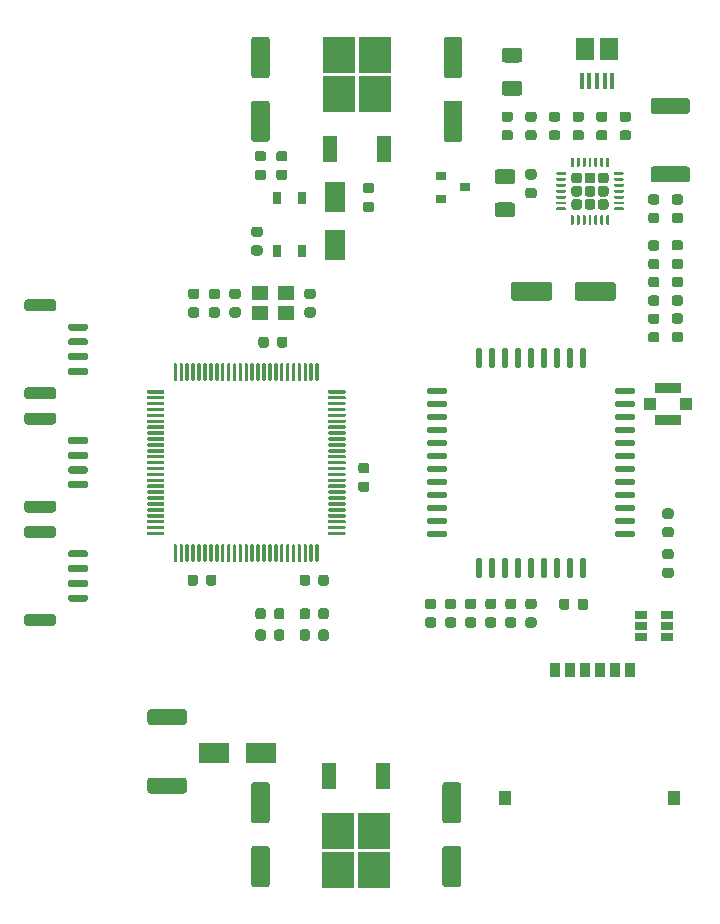
<source format=gtp>
%TF.GenerationSoftware,KiCad,Pcbnew,(5.1.6)-1*%
%TF.CreationDate,2021-03-31T15:54:51+07:00*%
%TF.ProjectId,EM_Drone_SUBFLIGHT,454d5f44-726f-46e6-955f-535542464c49,rev?*%
%TF.SameCoordinates,PX7997ee0PY7f50c60*%
%TF.FileFunction,Paste,Top*%
%TF.FilePolarity,Positive*%
%FSLAX46Y46*%
G04 Gerber Fmt 4.6, Leading zero omitted, Abs format (unit mm)*
G04 Created by KiCad (PCBNEW (5.1.6)-1) date 2021-03-31 15:54:51*
%MOMM*%
%LPD*%
G01*
G04 APERTURE LIST*
%ADD10O,0.550000X1.800000*%
%ADD11O,1.800000X0.550000*%
%ADD12R,2.750000X3.050000*%
%ADD13R,1.200000X2.200000*%
%ADD14R,1.000000X1.225000*%
%ADD15R,0.840000X1.225000*%
%ADD16R,1.400000X1.200000*%
%ADD17R,0.750000X1.000000*%
%ADD18R,0.900000X0.800000*%
%ADD19R,1.500000X1.900000*%
%ADD20R,0.400000X1.350000*%
%ADD21R,1.049020X0.998220*%
%ADD22R,2.199640X0.848360*%
%ADD23R,1.060000X0.650000*%
%ADD24R,2.500000X1.800000*%
%ADD25R,1.800000X2.500000*%
G04 APERTURE END LIST*
D10*
%TO.C,U7*%
X39100000Y45400000D03*
X40200000Y45400000D03*
X45700000Y45400000D03*
X43500000Y45400000D03*
X44600000Y45400000D03*
X46800000Y45400000D03*
X41300000Y45400000D03*
X47900000Y45400000D03*
X42400000Y45400000D03*
D11*
X51450000Y39250000D03*
X51450000Y32650000D03*
X51450000Y35950000D03*
X51450000Y40350000D03*
X51450000Y30450000D03*
X51450000Y31550000D03*
X51450000Y41450000D03*
X51450000Y42550000D03*
X51450000Y33750000D03*
X51450000Y37050000D03*
X51450000Y34850000D03*
X51450000Y38150000D03*
D10*
X47900000Y27600000D03*
X43500000Y27600000D03*
X44600000Y27600000D03*
X45700000Y27600000D03*
X46800000Y27600000D03*
X41300000Y27600000D03*
X42400000Y27600000D03*
X40200000Y27600000D03*
X39100000Y27600000D03*
D11*
X35550000Y31550000D03*
X35550000Y32650000D03*
X35550000Y30450000D03*
X35550000Y33750000D03*
X35550000Y34850000D03*
X35550000Y35950000D03*
X35550000Y37050000D03*
X35550000Y38150000D03*
X35550000Y39250000D03*
X35550000Y40350000D03*
X35550000Y41450000D03*
X35550000Y42550000D03*
%TD*%
D12*
%TO.C,U5*%
X30275000Y67675000D03*
X27225000Y71025000D03*
X27225000Y67675000D03*
X30275000Y71025000D03*
D13*
X31030000Y63050000D03*
X26470000Y63050000D03*
%TD*%
D12*
%TO.C,U3*%
X27175000Y5325000D03*
X30225000Y1975000D03*
X30225000Y5325000D03*
X27175000Y1975000D03*
D13*
X26420000Y9950000D03*
X30980000Y9950000D03*
%TD*%
%TO.C,J6*%
G36*
G01*
X850000Y23675000D02*
X3050000Y23675000D01*
G75*
G02*
X3300000Y23425000I0J-250000D01*
G01*
X3300000Y22925000D01*
G75*
G02*
X3050000Y22675000I-250000J0D01*
G01*
X850000Y22675000D01*
G75*
G02*
X600000Y22925000I0J250000D01*
G01*
X600000Y23425000D01*
G75*
G02*
X850000Y23675000I250000J0D01*
G01*
G37*
G36*
G01*
X850000Y31125000D02*
X3050000Y31125000D01*
G75*
G02*
X3300000Y30875000I0J-250000D01*
G01*
X3300000Y30375000D01*
G75*
G02*
X3050000Y30125000I-250000J0D01*
G01*
X850000Y30125000D01*
G75*
G02*
X600000Y30375000I0J250000D01*
G01*
X600000Y30875000D01*
G75*
G02*
X850000Y31125000I250000J0D01*
G01*
G37*
G36*
G01*
X4450000Y25325000D02*
X5850000Y25325000D01*
G75*
G02*
X6000000Y25175000I0J-150000D01*
G01*
X6000000Y24875000D01*
G75*
G02*
X5850000Y24725000I-150000J0D01*
G01*
X4450000Y24725000D01*
G75*
G02*
X4300000Y24875000I0J150000D01*
G01*
X4300000Y25175000D01*
G75*
G02*
X4450000Y25325000I150000J0D01*
G01*
G37*
G36*
G01*
X4450000Y26575000D02*
X5850000Y26575000D01*
G75*
G02*
X6000000Y26425000I0J-150000D01*
G01*
X6000000Y26125000D01*
G75*
G02*
X5850000Y25975000I-150000J0D01*
G01*
X4450000Y25975000D01*
G75*
G02*
X4300000Y26125000I0J150000D01*
G01*
X4300000Y26425000D01*
G75*
G02*
X4450000Y26575000I150000J0D01*
G01*
G37*
G36*
G01*
X4450000Y27825000D02*
X5850000Y27825000D01*
G75*
G02*
X6000000Y27675000I0J-150000D01*
G01*
X6000000Y27375000D01*
G75*
G02*
X5850000Y27225000I-150000J0D01*
G01*
X4450000Y27225000D01*
G75*
G02*
X4300000Y27375000I0J150000D01*
G01*
X4300000Y27675000D01*
G75*
G02*
X4450000Y27825000I150000J0D01*
G01*
G37*
G36*
G01*
X4450000Y29075000D02*
X5850000Y29075000D01*
G75*
G02*
X6000000Y28925000I0J-150000D01*
G01*
X6000000Y28625000D01*
G75*
G02*
X5850000Y28475000I-150000J0D01*
G01*
X4450000Y28475000D01*
G75*
G02*
X4300000Y28625000I0J150000D01*
G01*
X4300000Y28925000D01*
G75*
G02*
X4450000Y29075000I150000J0D01*
G01*
G37*
%TD*%
%TO.C,J4*%
G36*
G01*
X850000Y33275000D02*
X3050000Y33275000D01*
G75*
G02*
X3300000Y33025000I0J-250000D01*
G01*
X3300000Y32525000D01*
G75*
G02*
X3050000Y32275000I-250000J0D01*
G01*
X850000Y32275000D01*
G75*
G02*
X600000Y32525000I0J250000D01*
G01*
X600000Y33025000D01*
G75*
G02*
X850000Y33275000I250000J0D01*
G01*
G37*
G36*
G01*
X850000Y40725000D02*
X3050000Y40725000D01*
G75*
G02*
X3300000Y40475000I0J-250000D01*
G01*
X3300000Y39975000D01*
G75*
G02*
X3050000Y39725000I-250000J0D01*
G01*
X850000Y39725000D01*
G75*
G02*
X600000Y39975000I0J250000D01*
G01*
X600000Y40475000D01*
G75*
G02*
X850000Y40725000I250000J0D01*
G01*
G37*
G36*
G01*
X4450000Y34925000D02*
X5850000Y34925000D01*
G75*
G02*
X6000000Y34775000I0J-150000D01*
G01*
X6000000Y34475000D01*
G75*
G02*
X5850000Y34325000I-150000J0D01*
G01*
X4450000Y34325000D01*
G75*
G02*
X4300000Y34475000I0J150000D01*
G01*
X4300000Y34775000D01*
G75*
G02*
X4450000Y34925000I150000J0D01*
G01*
G37*
G36*
G01*
X4450000Y36175000D02*
X5850000Y36175000D01*
G75*
G02*
X6000000Y36025000I0J-150000D01*
G01*
X6000000Y35725000D01*
G75*
G02*
X5850000Y35575000I-150000J0D01*
G01*
X4450000Y35575000D01*
G75*
G02*
X4300000Y35725000I0J150000D01*
G01*
X4300000Y36025000D01*
G75*
G02*
X4450000Y36175000I150000J0D01*
G01*
G37*
G36*
G01*
X4450000Y37425000D02*
X5850000Y37425000D01*
G75*
G02*
X6000000Y37275000I0J-150000D01*
G01*
X6000000Y36975000D01*
G75*
G02*
X5850000Y36825000I-150000J0D01*
G01*
X4450000Y36825000D01*
G75*
G02*
X4300000Y36975000I0J150000D01*
G01*
X4300000Y37275000D01*
G75*
G02*
X4450000Y37425000I150000J0D01*
G01*
G37*
G36*
G01*
X4450000Y38675000D02*
X5850000Y38675000D01*
G75*
G02*
X6000000Y38525000I0J-150000D01*
G01*
X6000000Y38225000D01*
G75*
G02*
X5850000Y38075000I-150000J0D01*
G01*
X4450000Y38075000D01*
G75*
G02*
X4300000Y38225000I0J150000D01*
G01*
X4300000Y38525000D01*
G75*
G02*
X4450000Y38675000I150000J0D01*
G01*
G37*
%TD*%
%TO.C,J1*%
G36*
G01*
X850000Y42875000D02*
X3050000Y42875000D01*
G75*
G02*
X3300000Y42625000I0J-250000D01*
G01*
X3300000Y42125000D01*
G75*
G02*
X3050000Y41875000I-250000J0D01*
G01*
X850000Y41875000D01*
G75*
G02*
X600000Y42125000I0J250000D01*
G01*
X600000Y42625000D01*
G75*
G02*
X850000Y42875000I250000J0D01*
G01*
G37*
G36*
G01*
X850000Y50325000D02*
X3050000Y50325000D01*
G75*
G02*
X3300000Y50075000I0J-250000D01*
G01*
X3300000Y49575000D01*
G75*
G02*
X3050000Y49325000I-250000J0D01*
G01*
X850000Y49325000D01*
G75*
G02*
X600000Y49575000I0J250000D01*
G01*
X600000Y50075000D01*
G75*
G02*
X850000Y50325000I250000J0D01*
G01*
G37*
G36*
G01*
X4450000Y44525000D02*
X5850000Y44525000D01*
G75*
G02*
X6000000Y44375000I0J-150000D01*
G01*
X6000000Y44075000D01*
G75*
G02*
X5850000Y43925000I-150000J0D01*
G01*
X4450000Y43925000D01*
G75*
G02*
X4300000Y44075000I0J150000D01*
G01*
X4300000Y44375000D01*
G75*
G02*
X4450000Y44525000I150000J0D01*
G01*
G37*
G36*
G01*
X4450000Y45775000D02*
X5850000Y45775000D01*
G75*
G02*
X6000000Y45625000I0J-150000D01*
G01*
X6000000Y45325000D01*
G75*
G02*
X5850000Y45175000I-150000J0D01*
G01*
X4450000Y45175000D01*
G75*
G02*
X4300000Y45325000I0J150000D01*
G01*
X4300000Y45625000D01*
G75*
G02*
X4450000Y45775000I150000J0D01*
G01*
G37*
G36*
G01*
X4450000Y47025000D02*
X5850000Y47025000D01*
G75*
G02*
X6000000Y46875000I0J-150000D01*
G01*
X6000000Y46575000D01*
G75*
G02*
X5850000Y46425000I-150000J0D01*
G01*
X4450000Y46425000D01*
G75*
G02*
X4300000Y46575000I0J150000D01*
G01*
X4300000Y46875000D01*
G75*
G02*
X4450000Y47025000I150000J0D01*
G01*
G37*
G36*
G01*
X4450000Y48275000D02*
X5850000Y48275000D01*
G75*
G02*
X6000000Y48125000I0J-150000D01*
G01*
X6000000Y47825000D01*
G75*
G02*
X5850000Y47675000I-150000J0D01*
G01*
X4450000Y47675000D01*
G75*
G02*
X4300000Y47825000I0J150000D01*
G01*
X4300000Y48125000D01*
G75*
G02*
X4450000Y48275000I150000J0D01*
G01*
G37*
%TD*%
D14*
%TO.C,U6*%
X41320000Y8075000D03*
X55620000Y8075000D03*
D15*
X45550000Y18900000D03*
X46820000Y18900000D03*
X48090000Y18900000D03*
X49360000Y18900000D03*
X50630000Y18900000D03*
X51900000Y18900000D03*
%TD*%
D16*
%TO.C,Y1*%
X20550000Y50850000D03*
X22750000Y50850000D03*
X22750000Y49150000D03*
X20550000Y49150000D03*
%TD*%
%TO.C,U4*%
G36*
G01*
X47155000Y58810000D02*
X47605000Y58810000D01*
G75*
G02*
X47830000Y58585000I0J-225000D01*
G01*
X47830000Y58135000D01*
G75*
G02*
X47605000Y57910000I-225000J0D01*
G01*
X47155000Y57910000D01*
G75*
G02*
X46930000Y58135000I0J225000D01*
G01*
X46930000Y58585000D01*
G75*
G02*
X47155000Y58810000I225000J0D01*
G01*
G37*
G36*
G01*
X48275000Y58810000D02*
X48725000Y58810000D01*
G75*
G02*
X48950000Y58585000I0J-225000D01*
G01*
X48950000Y58135000D01*
G75*
G02*
X48725000Y57910000I-225000J0D01*
G01*
X48275000Y57910000D01*
G75*
G02*
X48050000Y58135000I0J225000D01*
G01*
X48050000Y58585000D01*
G75*
G02*
X48275000Y58810000I225000J0D01*
G01*
G37*
G36*
G01*
X49395000Y58810000D02*
X49845000Y58810000D01*
G75*
G02*
X50070000Y58585000I0J-225000D01*
G01*
X50070000Y58135000D01*
G75*
G02*
X49845000Y57910000I-225000J0D01*
G01*
X49395000Y57910000D01*
G75*
G02*
X49170000Y58135000I0J225000D01*
G01*
X49170000Y58585000D01*
G75*
G02*
X49395000Y58810000I225000J0D01*
G01*
G37*
G36*
G01*
X47155000Y59930000D02*
X47605000Y59930000D01*
G75*
G02*
X47830000Y59705000I0J-225000D01*
G01*
X47830000Y59255000D01*
G75*
G02*
X47605000Y59030000I-225000J0D01*
G01*
X47155000Y59030000D01*
G75*
G02*
X46930000Y59255000I0J225000D01*
G01*
X46930000Y59705000D01*
G75*
G02*
X47155000Y59930000I225000J0D01*
G01*
G37*
G36*
G01*
X48275000Y59930000D02*
X48725000Y59930000D01*
G75*
G02*
X48950000Y59705000I0J-225000D01*
G01*
X48950000Y59255000D01*
G75*
G02*
X48725000Y59030000I-225000J0D01*
G01*
X48275000Y59030000D01*
G75*
G02*
X48050000Y59255000I0J225000D01*
G01*
X48050000Y59705000D01*
G75*
G02*
X48275000Y59930000I225000J0D01*
G01*
G37*
G36*
G01*
X49395000Y59930000D02*
X49845000Y59930000D01*
G75*
G02*
X50070000Y59705000I0J-225000D01*
G01*
X50070000Y59255000D01*
G75*
G02*
X49845000Y59030000I-225000J0D01*
G01*
X49395000Y59030000D01*
G75*
G02*
X49170000Y59255000I0J225000D01*
G01*
X49170000Y59705000D01*
G75*
G02*
X49395000Y59930000I225000J0D01*
G01*
G37*
G36*
G01*
X47155000Y61050000D02*
X47605000Y61050000D01*
G75*
G02*
X47830000Y60825000I0J-225000D01*
G01*
X47830000Y60375000D01*
G75*
G02*
X47605000Y60150000I-225000J0D01*
G01*
X47155000Y60150000D01*
G75*
G02*
X46930000Y60375000I0J225000D01*
G01*
X46930000Y60825000D01*
G75*
G02*
X47155000Y61050000I225000J0D01*
G01*
G37*
G36*
G01*
X48275000Y61050000D02*
X48725000Y61050000D01*
G75*
G02*
X48950000Y60825000I0J-225000D01*
G01*
X48950000Y60375000D01*
G75*
G02*
X48725000Y60150000I-225000J0D01*
G01*
X48275000Y60150000D01*
G75*
G02*
X48050000Y60375000I0J225000D01*
G01*
X48050000Y60825000D01*
G75*
G02*
X48275000Y61050000I225000J0D01*
G01*
G37*
G36*
G01*
X49395000Y61050000D02*
X49845000Y61050000D01*
G75*
G02*
X50070000Y60825000I0J-225000D01*
G01*
X50070000Y60375000D01*
G75*
G02*
X49845000Y60150000I-225000J0D01*
G01*
X49395000Y60150000D01*
G75*
G02*
X49170000Y60375000I0J225000D01*
G01*
X49170000Y60825000D01*
G75*
G02*
X49395000Y61050000I225000J0D01*
G01*
G37*
G36*
G01*
X50612500Y61105000D02*
X51287500Y61105000D01*
G75*
G02*
X51350000Y61042500I0J-62500D01*
G01*
X51350000Y60917500D01*
G75*
G02*
X51287500Y60855000I-62500J0D01*
G01*
X50612500Y60855000D01*
G75*
G02*
X50550000Y60917500I0J62500D01*
G01*
X50550000Y61042500D01*
G75*
G02*
X50612500Y61105000I62500J0D01*
G01*
G37*
G36*
G01*
X50612500Y60605000D02*
X51287500Y60605000D01*
G75*
G02*
X51350000Y60542500I0J-62500D01*
G01*
X51350000Y60417500D01*
G75*
G02*
X51287500Y60355000I-62500J0D01*
G01*
X50612500Y60355000D01*
G75*
G02*
X50550000Y60417500I0J62500D01*
G01*
X50550000Y60542500D01*
G75*
G02*
X50612500Y60605000I62500J0D01*
G01*
G37*
G36*
G01*
X50612500Y60105000D02*
X51287500Y60105000D01*
G75*
G02*
X51350000Y60042500I0J-62500D01*
G01*
X51350000Y59917500D01*
G75*
G02*
X51287500Y59855000I-62500J0D01*
G01*
X50612500Y59855000D01*
G75*
G02*
X50550000Y59917500I0J62500D01*
G01*
X50550000Y60042500D01*
G75*
G02*
X50612500Y60105000I62500J0D01*
G01*
G37*
G36*
G01*
X50612500Y59605000D02*
X51287500Y59605000D01*
G75*
G02*
X51350000Y59542500I0J-62500D01*
G01*
X51350000Y59417500D01*
G75*
G02*
X51287500Y59355000I-62500J0D01*
G01*
X50612500Y59355000D01*
G75*
G02*
X50550000Y59417500I0J62500D01*
G01*
X50550000Y59542500D01*
G75*
G02*
X50612500Y59605000I62500J0D01*
G01*
G37*
G36*
G01*
X50612500Y59105000D02*
X51287500Y59105000D01*
G75*
G02*
X51350000Y59042500I0J-62500D01*
G01*
X51350000Y58917500D01*
G75*
G02*
X51287500Y58855000I-62500J0D01*
G01*
X50612500Y58855000D01*
G75*
G02*
X50550000Y58917500I0J62500D01*
G01*
X50550000Y59042500D01*
G75*
G02*
X50612500Y59105000I62500J0D01*
G01*
G37*
G36*
G01*
X50612500Y58605000D02*
X51287500Y58605000D01*
G75*
G02*
X51350000Y58542500I0J-62500D01*
G01*
X51350000Y58417500D01*
G75*
G02*
X51287500Y58355000I-62500J0D01*
G01*
X50612500Y58355000D01*
G75*
G02*
X50550000Y58417500I0J62500D01*
G01*
X50550000Y58542500D01*
G75*
G02*
X50612500Y58605000I62500J0D01*
G01*
G37*
G36*
G01*
X50612500Y58105000D02*
X51287500Y58105000D01*
G75*
G02*
X51350000Y58042500I0J-62500D01*
G01*
X51350000Y57917500D01*
G75*
G02*
X51287500Y57855000I-62500J0D01*
G01*
X50612500Y57855000D01*
G75*
G02*
X50550000Y57917500I0J62500D01*
G01*
X50550000Y58042500D01*
G75*
G02*
X50612500Y58105000I62500J0D01*
G01*
G37*
G36*
G01*
X49937500Y57430000D02*
X50062500Y57430000D01*
G75*
G02*
X50125000Y57367500I0J-62500D01*
G01*
X50125000Y56692500D01*
G75*
G02*
X50062500Y56630000I-62500J0D01*
G01*
X49937500Y56630000D01*
G75*
G02*
X49875000Y56692500I0J62500D01*
G01*
X49875000Y57367500D01*
G75*
G02*
X49937500Y57430000I62500J0D01*
G01*
G37*
G36*
G01*
X49437500Y57430000D02*
X49562500Y57430000D01*
G75*
G02*
X49625000Y57367500I0J-62500D01*
G01*
X49625000Y56692500D01*
G75*
G02*
X49562500Y56630000I-62500J0D01*
G01*
X49437500Y56630000D01*
G75*
G02*
X49375000Y56692500I0J62500D01*
G01*
X49375000Y57367500D01*
G75*
G02*
X49437500Y57430000I62500J0D01*
G01*
G37*
G36*
G01*
X48937500Y57430000D02*
X49062500Y57430000D01*
G75*
G02*
X49125000Y57367500I0J-62500D01*
G01*
X49125000Y56692500D01*
G75*
G02*
X49062500Y56630000I-62500J0D01*
G01*
X48937500Y56630000D01*
G75*
G02*
X48875000Y56692500I0J62500D01*
G01*
X48875000Y57367500D01*
G75*
G02*
X48937500Y57430000I62500J0D01*
G01*
G37*
G36*
G01*
X48437500Y57430000D02*
X48562500Y57430000D01*
G75*
G02*
X48625000Y57367500I0J-62500D01*
G01*
X48625000Y56692500D01*
G75*
G02*
X48562500Y56630000I-62500J0D01*
G01*
X48437500Y56630000D01*
G75*
G02*
X48375000Y56692500I0J62500D01*
G01*
X48375000Y57367500D01*
G75*
G02*
X48437500Y57430000I62500J0D01*
G01*
G37*
G36*
G01*
X47937500Y57430000D02*
X48062500Y57430000D01*
G75*
G02*
X48125000Y57367500I0J-62500D01*
G01*
X48125000Y56692500D01*
G75*
G02*
X48062500Y56630000I-62500J0D01*
G01*
X47937500Y56630000D01*
G75*
G02*
X47875000Y56692500I0J62500D01*
G01*
X47875000Y57367500D01*
G75*
G02*
X47937500Y57430000I62500J0D01*
G01*
G37*
G36*
G01*
X47437500Y57430000D02*
X47562500Y57430000D01*
G75*
G02*
X47625000Y57367500I0J-62500D01*
G01*
X47625000Y56692500D01*
G75*
G02*
X47562500Y56630000I-62500J0D01*
G01*
X47437500Y56630000D01*
G75*
G02*
X47375000Y56692500I0J62500D01*
G01*
X47375000Y57367500D01*
G75*
G02*
X47437500Y57430000I62500J0D01*
G01*
G37*
G36*
G01*
X46937500Y57430000D02*
X47062500Y57430000D01*
G75*
G02*
X47125000Y57367500I0J-62500D01*
G01*
X47125000Y56692500D01*
G75*
G02*
X47062500Y56630000I-62500J0D01*
G01*
X46937500Y56630000D01*
G75*
G02*
X46875000Y56692500I0J62500D01*
G01*
X46875000Y57367500D01*
G75*
G02*
X46937500Y57430000I62500J0D01*
G01*
G37*
G36*
G01*
X45712500Y58105000D02*
X46387500Y58105000D01*
G75*
G02*
X46450000Y58042500I0J-62500D01*
G01*
X46450000Y57917500D01*
G75*
G02*
X46387500Y57855000I-62500J0D01*
G01*
X45712500Y57855000D01*
G75*
G02*
X45650000Y57917500I0J62500D01*
G01*
X45650000Y58042500D01*
G75*
G02*
X45712500Y58105000I62500J0D01*
G01*
G37*
G36*
G01*
X45712500Y58605000D02*
X46387500Y58605000D01*
G75*
G02*
X46450000Y58542500I0J-62500D01*
G01*
X46450000Y58417500D01*
G75*
G02*
X46387500Y58355000I-62500J0D01*
G01*
X45712500Y58355000D01*
G75*
G02*
X45650000Y58417500I0J62500D01*
G01*
X45650000Y58542500D01*
G75*
G02*
X45712500Y58605000I62500J0D01*
G01*
G37*
G36*
G01*
X45712500Y59105000D02*
X46387500Y59105000D01*
G75*
G02*
X46450000Y59042500I0J-62500D01*
G01*
X46450000Y58917500D01*
G75*
G02*
X46387500Y58855000I-62500J0D01*
G01*
X45712500Y58855000D01*
G75*
G02*
X45650000Y58917500I0J62500D01*
G01*
X45650000Y59042500D01*
G75*
G02*
X45712500Y59105000I62500J0D01*
G01*
G37*
G36*
G01*
X45712500Y59605000D02*
X46387500Y59605000D01*
G75*
G02*
X46450000Y59542500I0J-62500D01*
G01*
X46450000Y59417500D01*
G75*
G02*
X46387500Y59355000I-62500J0D01*
G01*
X45712500Y59355000D01*
G75*
G02*
X45650000Y59417500I0J62500D01*
G01*
X45650000Y59542500D01*
G75*
G02*
X45712500Y59605000I62500J0D01*
G01*
G37*
G36*
G01*
X45712500Y60105000D02*
X46387500Y60105000D01*
G75*
G02*
X46450000Y60042500I0J-62500D01*
G01*
X46450000Y59917500D01*
G75*
G02*
X46387500Y59855000I-62500J0D01*
G01*
X45712500Y59855000D01*
G75*
G02*
X45650000Y59917500I0J62500D01*
G01*
X45650000Y60042500D01*
G75*
G02*
X45712500Y60105000I62500J0D01*
G01*
G37*
G36*
G01*
X45712500Y60605000D02*
X46387500Y60605000D01*
G75*
G02*
X46450000Y60542500I0J-62500D01*
G01*
X46450000Y60417500D01*
G75*
G02*
X46387500Y60355000I-62500J0D01*
G01*
X45712500Y60355000D01*
G75*
G02*
X45650000Y60417500I0J62500D01*
G01*
X45650000Y60542500D01*
G75*
G02*
X45712500Y60605000I62500J0D01*
G01*
G37*
G36*
G01*
X45712500Y61105000D02*
X46387500Y61105000D01*
G75*
G02*
X46450000Y61042500I0J-62500D01*
G01*
X46450000Y60917500D01*
G75*
G02*
X46387500Y60855000I-62500J0D01*
G01*
X45712500Y60855000D01*
G75*
G02*
X45650000Y60917500I0J62500D01*
G01*
X45650000Y61042500D01*
G75*
G02*
X45712500Y61105000I62500J0D01*
G01*
G37*
G36*
G01*
X46937500Y62330000D02*
X47062500Y62330000D01*
G75*
G02*
X47125000Y62267500I0J-62500D01*
G01*
X47125000Y61592500D01*
G75*
G02*
X47062500Y61530000I-62500J0D01*
G01*
X46937500Y61530000D01*
G75*
G02*
X46875000Y61592500I0J62500D01*
G01*
X46875000Y62267500D01*
G75*
G02*
X46937500Y62330000I62500J0D01*
G01*
G37*
G36*
G01*
X47437500Y62330000D02*
X47562500Y62330000D01*
G75*
G02*
X47625000Y62267500I0J-62500D01*
G01*
X47625000Y61592500D01*
G75*
G02*
X47562500Y61530000I-62500J0D01*
G01*
X47437500Y61530000D01*
G75*
G02*
X47375000Y61592500I0J62500D01*
G01*
X47375000Y62267500D01*
G75*
G02*
X47437500Y62330000I62500J0D01*
G01*
G37*
G36*
G01*
X47937500Y62330000D02*
X48062500Y62330000D01*
G75*
G02*
X48125000Y62267500I0J-62500D01*
G01*
X48125000Y61592500D01*
G75*
G02*
X48062500Y61530000I-62500J0D01*
G01*
X47937500Y61530000D01*
G75*
G02*
X47875000Y61592500I0J62500D01*
G01*
X47875000Y62267500D01*
G75*
G02*
X47937500Y62330000I62500J0D01*
G01*
G37*
G36*
G01*
X48437500Y62330000D02*
X48562500Y62330000D01*
G75*
G02*
X48625000Y62267500I0J-62500D01*
G01*
X48625000Y61592500D01*
G75*
G02*
X48562500Y61530000I-62500J0D01*
G01*
X48437500Y61530000D01*
G75*
G02*
X48375000Y61592500I0J62500D01*
G01*
X48375000Y62267500D01*
G75*
G02*
X48437500Y62330000I62500J0D01*
G01*
G37*
G36*
G01*
X48937500Y62330000D02*
X49062500Y62330000D01*
G75*
G02*
X49125000Y62267500I0J-62500D01*
G01*
X49125000Y61592500D01*
G75*
G02*
X49062500Y61530000I-62500J0D01*
G01*
X48937500Y61530000D01*
G75*
G02*
X48875000Y61592500I0J62500D01*
G01*
X48875000Y62267500D01*
G75*
G02*
X48937500Y62330000I62500J0D01*
G01*
G37*
G36*
G01*
X49437500Y62330000D02*
X49562500Y62330000D01*
G75*
G02*
X49625000Y62267500I0J-62500D01*
G01*
X49625000Y61592500D01*
G75*
G02*
X49562500Y61530000I-62500J0D01*
G01*
X49437500Y61530000D01*
G75*
G02*
X49375000Y61592500I0J62500D01*
G01*
X49375000Y62267500D01*
G75*
G02*
X49437500Y62330000I62500J0D01*
G01*
G37*
G36*
G01*
X49937500Y62330000D02*
X50062500Y62330000D01*
G75*
G02*
X50125000Y62267500I0J-62500D01*
G01*
X50125000Y61592500D01*
G75*
G02*
X50062500Y61530000I-62500J0D01*
G01*
X49937500Y61530000D01*
G75*
G02*
X49875000Y61592500I0J62500D01*
G01*
X49875000Y62267500D01*
G75*
G02*
X49937500Y62330000I62500J0D01*
G01*
G37*
%TD*%
%TO.C,U1*%
G36*
G01*
X25550000Y29500000D02*
X25550000Y28175000D01*
G75*
G02*
X25475000Y28100000I-75000J0D01*
G01*
X25325000Y28100000D01*
G75*
G02*
X25250000Y28175000I0J75000D01*
G01*
X25250000Y29500000D01*
G75*
G02*
X25325000Y29575000I75000J0D01*
G01*
X25475000Y29575000D01*
G75*
G02*
X25550000Y29500000I0J-75000D01*
G01*
G37*
G36*
G01*
X25050000Y29500000D02*
X25050000Y28175000D01*
G75*
G02*
X24975000Y28100000I-75000J0D01*
G01*
X24825000Y28100000D01*
G75*
G02*
X24750000Y28175000I0J75000D01*
G01*
X24750000Y29500000D01*
G75*
G02*
X24825000Y29575000I75000J0D01*
G01*
X24975000Y29575000D01*
G75*
G02*
X25050000Y29500000I0J-75000D01*
G01*
G37*
G36*
G01*
X24550000Y29500000D02*
X24550000Y28175000D01*
G75*
G02*
X24475000Y28100000I-75000J0D01*
G01*
X24325000Y28100000D01*
G75*
G02*
X24250000Y28175000I0J75000D01*
G01*
X24250000Y29500000D01*
G75*
G02*
X24325000Y29575000I75000J0D01*
G01*
X24475000Y29575000D01*
G75*
G02*
X24550000Y29500000I0J-75000D01*
G01*
G37*
G36*
G01*
X24050000Y29500000D02*
X24050000Y28175000D01*
G75*
G02*
X23975000Y28100000I-75000J0D01*
G01*
X23825000Y28100000D01*
G75*
G02*
X23750000Y28175000I0J75000D01*
G01*
X23750000Y29500000D01*
G75*
G02*
X23825000Y29575000I75000J0D01*
G01*
X23975000Y29575000D01*
G75*
G02*
X24050000Y29500000I0J-75000D01*
G01*
G37*
G36*
G01*
X23550000Y29500000D02*
X23550000Y28175000D01*
G75*
G02*
X23475000Y28100000I-75000J0D01*
G01*
X23325000Y28100000D01*
G75*
G02*
X23250000Y28175000I0J75000D01*
G01*
X23250000Y29500000D01*
G75*
G02*
X23325000Y29575000I75000J0D01*
G01*
X23475000Y29575000D01*
G75*
G02*
X23550000Y29500000I0J-75000D01*
G01*
G37*
G36*
G01*
X23050000Y29500000D02*
X23050000Y28175000D01*
G75*
G02*
X22975000Y28100000I-75000J0D01*
G01*
X22825000Y28100000D01*
G75*
G02*
X22750000Y28175000I0J75000D01*
G01*
X22750000Y29500000D01*
G75*
G02*
X22825000Y29575000I75000J0D01*
G01*
X22975000Y29575000D01*
G75*
G02*
X23050000Y29500000I0J-75000D01*
G01*
G37*
G36*
G01*
X22550000Y29500000D02*
X22550000Y28175000D01*
G75*
G02*
X22475000Y28100000I-75000J0D01*
G01*
X22325000Y28100000D01*
G75*
G02*
X22250000Y28175000I0J75000D01*
G01*
X22250000Y29500000D01*
G75*
G02*
X22325000Y29575000I75000J0D01*
G01*
X22475000Y29575000D01*
G75*
G02*
X22550000Y29500000I0J-75000D01*
G01*
G37*
G36*
G01*
X22050000Y29500000D02*
X22050000Y28175000D01*
G75*
G02*
X21975000Y28100000I-75000J0D01*
G01*
X21825000Y28100000D01*
G75*
G02*
X21750000Y28175000I0J75000D01*
G01*
X21750000Y29500000D01*
G75*
G02*
X21825000Y29575000I75000J0D01*
G01*
X21975000Y29575000D01*
G75*
G02*
X22050000Y29500000I0J-75000D01*
G01*
G37*
G36*
G01*
X21550000Y29500000D02*
X21550000Y28175000D01*
G75*
G02*
X21475000Y28100000I-75000J0D01*
G01*
X21325000Y28100000D01*
G75*
G02*
X21250000Y28175000I0J75000D01*
G01*
X21250000Y29500000D01*
G75*
G02*
X21325000Y29575000I75000J0D01*
G01*
X21475000Y29575000D01*
G75*
G02*
X21550000Y29500000I0J-75000D01*
G01*
G37*
G36*
G01*
X21050000Y29500000D02*
X21050000Y28175000D01*
G75*
G02*
X20975000Y28100000I-75000J0D01*
G01*
X20825000Y28100000D01*
G75*
G02*
X20750000Y28175000I0J75000D01*
G01*
X20750000Y29500000D01*
G75*
G02*
X20825000Y29575000I75000J0D01*
G01*
X20975000Y29575000D01*
G75*
G02*
X21050000Y29500000I0J-75000D01*
G01*
G37*
G36*
G01*
X20550000Y29500000D02*
X20550000Y28175000D01*
G75*
G02*
X20475000Y28100000I-75000J0D01*
G01*
X20325000Y28100000D01*
G75*
G02*
X20250000Y28175000I0J75000D01*
G01*
X20250000Y29500000D01*
G75*
G02*
X20325000Y29575000I75000J0D01*
G01*
X20475000Y29575000D01*
G75*
G02*
X20550000Y29500000I0J-75000D01*
G01*
G37*
G36*
G01*
X20050000Y29500000D02*
X20050000Y28175000D01*
G75*
G02*
X19975000Y28100000I-75000J0D01*
G01*
X19825000Y28100000D01*
G75*
G02*
X19750000Y28175000I0J75000D01*
G01*
X19750000Y29500000D01*
G75*
G02*
X19825000Y29575000I75000J0D01*
G01*
X19975000Y29575000D01*
G75*
G02*
X20050000Y29500000I0J-75000D01*
G01*
G37*
G36*
G01*
X19550000Y29500000D02*
X19550000Y28175000D01*
G75*
G02*
X19475000Y28100000I-75000J0D01*
G01*
X19325000Y28100000D01*
G75*
G02*
X19250000Y28175000I0J75000D01*
G01*
X19250000Y29500000D01*
G75*
G02*
X19325000Y29575000I75000J0D01*
G01*
X19475000Y29575000D01*
G75*
G02*
X19550000Y29500000I0J-75000D01*
G01*
G37*
G36*
G01*
X19050000Y29500000D02*
X19050000Y28175000D01*
G75*
G02*
X18975000Y28100000I-75000J0D01*
G01*
X18825000Y28100000D01*
G75*
G02*
X18750000Y28175000I0J75000D01*
G01*
X18750000Y29500000D01*
G75*
G02*
X18825000Y29575000I75000J0D01*
G01*
X18975000Y29575000D01*
G75*
G02*
X19050000Y29500000I0J-75000D01*
G01*
G37*
G36*
G01*
X18550000Y29500000D02*
X18550000Y28175000D01*
G75*
G02*
X18475000Y28100000I-75000J0D01*
G01*
X18325000Y28100000D01*
G75*
G02*
X18250000Y28175000I0J75000D01*
G01*
X18250000Y29500000D01*
G75*
G02*
X18325000Y29575000I75000J0D01*
G01*
X18475000Y29575000D01*
G75*
G02*
X18550000Y29500000I0J-75000D01*
G01*
G37*
G36*
G01*
X18050000Y29500000D02*
X18050000Y28175000D01*
G75*
G02*
X17975000Y28100000I-75000J0D01*
G01*
X17825000Y28100000D01*
G75*
G02*
X17750000Y28175000I0J75000D01*
G01*
X17750000Y29500000D01*
G75*
G02*
X17825000Y29575000I75000J0D01*
G01*
X17975000Y29575000D01*
G75*
G02*
X18050000Y29500000I0J-75000D01*
G01*
G37*
G36*
G01*
X17550000Y29500000D02*
X17550000Y28175000D01*
G75*
G02*
X17475000Y28100000I-75000J0D01*
G01*
X17325000Y28100000D01*
G75*
G02*
X17250000Y28175000I0J75000D01*
G01*
X17250000Y29500000D01*
G75*
G02*
X17325000Y29575000I75000J0D01*
G01*
X17475000Y29575000D01*
G75*
G02*
X17550000Y29500000I0J-75000D01*
G01*
G37*
G36*
G01*
X17050000Y29500000D02*
X17050000Y28175000D01*
G75*
G02*
X16975000Y28100000I-75000J0D01*
G01*
X16825000Y28100000D01*
G75*
G02*
X16750000Y28175000I0J75000D01*
G01*
X16750000Y29500000D01*
G75*
G02*
X16825000Y29575000I75000J0D01*
G01*
X16975000Y29575000D01*
G75*
G02*
X17050000Y29500000I0J-75000D01*
G01*
G37*
G36*
G01*
X16550000Y29500000D02*
X16550000Y28175000D01*
G75*
G02*
X16475000Y28100000I-75000J0D01*
G01*
X16325000Y28100000D01*
G75*
G02*
X16250000Y28175000I0J75000D01*
G01*
X16250000Y29500000D01*
G75*
G02*
X16325000Y29575000I75000J0D01*
G01*
X16475000Y29575000D01*
G75*
G02*
X16550000Y29500000I0J-75000D01*
G01*
G37*
G36*
G01*
X16050000Y29500000D02*
X16050000Y28175000D01*
G75*
G02*
X15975000Y28100000I-75000J0D01*
G01*
X15825000Y28100000D01*
G75*
G02*
X15750000Y28175000I0J75000D01*
G01*
X15750000Y29500000D01*
G75*
G02*
X15825000Y29575000I75000J0D01*
G01*
X15975000Y29575000D01*
G75*
G02*
X16050000Y29500000I0J-75000D01*
G01*
G37*
G36*
G01*
X15550000Y29500000D02*
X15550000Y28175000D01*
G75*
G02*
X15475000Y28100000I-75000J0D01*
G01*
X15325000Y28100000D01*
G75*
G02*
X15250000Y28175000I0J75000D01*
G01*
X15250000Y29500000D01*
G75*
G02*
X15325000Y29575000I75000J0D01*
G01*
X15475000Y29575000D01*
G75*
G02*
X15550000Y29500000I0J-75000D01*
G01*
G37*
G36*
G01*
X15050000Y29500000D02*
X15050000Y28175000D01*
G75*
G02*
X14975000Y28100000I-75000J0D01*
G01*
X14825000Y28100000D01*
G75*
G02*
X14750000Y28175000I0J75000D01*
G01*
X14750000Y29500000D01*
G75*
G02*
X14825000Y29575000I75000J0D01*
G01*
X14975000Y29575000D01*
G75*
G02*
X15050000Y29500000I0J-75000D01*
G01*
G37*
G36*
G01*
X14550000Y29500000D02*
X14550000Y28175000D01*
G75*
G02*
X14475000Y28100000I-75000J0D01*
G01*
X14325000Y28100000D01*
G75*
G02*
X14250000Y28175000I0J75000D01*
G01*
X14250000Y29500000D01*
G75*
G02*
X14325000Y29575000I75000J0D01*
G01*
X14475000Y29575000D01*
G75*
G02*
X14550000Y29500000I0J-75000D01*
G01*
G37*
G36*
G01*
X14050000Y29500000D02*
X14050000Y28175000D01*
G75*
G02*
X13975000Y28100000I-75000J0D01*
G01*
X13825000Y28100000D01*
G75*
G02*
X13750000Y28175000I0J75000D01*
G01*
X13750000Y29500000D01*
G75*
G02*
X13825000Y29575000I75000J0D01*
G01*
X13975000Y29575000D01*
G75*
G02*
X14050000Y29500000I0J-75000D01*
G01*
G37*
G36*
G01*
X13550000Y29500000D02*
X13550000Y28175000D01*
G75*
G02*
X13475000Y28100000I-75000J0D01*
G01*
X13325000Y28100000D01*
G75*
G02*
X13250000Y28175000I0J75000D01*
G01*
X13250000Y29500000D01*
G75*
G02*
X13325000Y29575000I75000J0D01*
G01*
X13475000Y29575000D01*
G75*
G02*
X13550000Y29500000I0J-75000D01*
G01*
G37*
G36*
G01*
X12475000Y30575000D02*
X12475000Y30425000D01*
G75*
G02*
X12400000Y30350000I-75000J0D01*
G01*
X11075000Y30350000D01*
G75*
G02*
X11000000Y30425000I0J75000D01*
G01*
X11000000Y30575000D01*
G75*
G02*
X11075000Y30650000I75000J0D01*
G01*
X12400000Y30650000D01*
G75*
G02*
X12475000Y30575000I0J-75000D01*
G01*
G37*
G36*
G01*
X12475000Y31075000D02*
X12475000Y30925000D01*
G75*
G02*
X12400000Y30850000I-75000J0D01*
G01*
X11075000Y30850000D01*
G75*
G02*
X11000000Y30925000I0J75000D01*
G01*
X11000000Y31075000D01*
G75*
G02*
X11075000Y31150000I75000J0D01*
G01*
X12400000Y31150000D01*
G75*
G02*
X12475000Y31075000I0J-75000D01*
G01*
G37*
G36*
G01*
X12475000Y31575000D02*
X12475000Y31425000D01*
G75*
G02*
X12400000Y31350000I-75000J0D01*
G01*
X11075000Y31350000D01*
G75*
G02*
X11000000Y31425000I0J75000D01*
G01*
X11000000Y31575000D01*
G75*
G02*
X11075000Y31650000I75000J0D01*
G01*
X12400000Y31650000D01*
G75*
G02*
X12475000Y31575000I0J-75000D01*
G01*
G37*
G36*
G01*
X12475000Y32075000D02*
X12475000Y31925000D01*
G75*
G02*
X12400000Y31850000I-75000J0D01*
G01*
X11075000Y31850000D01*
G75*
G02*
X11000000Y31925000I0J75000D01*
G01*
X11000000Y32075000D01*
G75*
G02*
X11075000Y32150000I75000J0D01*
G01*
X12400000Y32150000D01*
G75*
G02*
X12475000Y32075000I0J-75000D01*
G01*
G37*
G36*
G01*
X12475000Y32575000D02*
X12475000Y32425000D01*
G75*
G02*
X12400000Y32350000I-75000J0D01*
G01*
X11075000Y32350000D01*
G75*
G02*
X11000000Y32425000I0J75000D01*
G01*
X11000000Y32575000D01*
G75*
G02*
X11075000Y32650000I75000J0D01*
G01*
X12400000Y32650000D01*
G75*
G02*
X12475000Y32575000I0J-75000D01*
G01*
G37*
G36*
G01*
X12475000Y33075000D02*
X12475000Y32925000D01*
G75*
G02*
X12400000Y32850000I-75000J0D01*
G01*
X11075000Y32850000D01*
G75*
G02*
X11000000Y32925000I0J75000D01*
G01*
X11000000Y33075000D01*
G75*
G02*
X11075000Y33150000I75000J0D01*
G01*
X12400000Y33150000D01*
G75*
G02*
X12475000Y33075000I0J-75000D01*
G01*
G37*
G36*
G01*
X12475000Y33575000D02*
X12475000Y33425000D01*
G75*
G02*
X12400000Y33350000I-75000J0D01*
G01*
X11075000Y33350000D01*
G75*
G02*
X11000000Y33425000I0J75000D01*
G01*
X11000000Y33575000D01*
G75*
G02*
X11075000Y33650000I75000J0D01*
G01*
X12400000Y33650000D01*
G75*
G02*
X12475000Y33575000I0J-75000D01*
G01*
G37*
G36*
G01*
X12475000Y34075000D02*
X12475000Y33925000D01*
G75*
G02*
X12400000Y33850000I-75000J0D01*
G01*
X11075000Y33850000D01*
G75*
G02*
X11000000Y33925000I0J75000D01*
G01*
X11000000Y34075000D01*
G75*
G02*
X11075000Y34150000I75000J0D01*
G01*
X12400000Y34150000D01*
G75*
G02*
X12475000Y34075000I0J-75000D01*
G01*
G37*
G36*
G01*
X12475000Y34575000D02*
X12475000Y34425000D01*
G75*
G02*
X12400000Y34350000I-75000J0D01*
G01*
X11075000Y34350000D01*
G75*
G02*
X11000000Y34425000I0J75000D01*
G01*
X11000000Y34575000D01*
G75*
G02*
X11075000Y34650000I75000J0D01*
G01*
X12400000Y34650000D01*
G75*
G02*
X12475000Y34575000I0J-75000D01*
G01*
G37*
G36*
G01*
X12475000Y35075000D02*
X12475000Y34925000D01*
G75*
G02*
X12400000Y34850000I-75000J0D01*
G01*
X11075000Y34850000D01*
G75*
G02*
X11000000Y34925000I0J75000D01*
G01*
X11000000Y35075000D01*
G75*
G02*
X11075000Y35150000I75000J0D01*
G01*
X12400000Y35150000D01*
G75*
G02*
X12475000Y35075000I0J-75000D01*
G01*
G37*
G36*
G01*
X12475000Y35575000D02*
X12475000Y35425000D01*
G75*
G02*
X12400000Y35350000I-75000J0D01*
G01*
X11075000Y35350000D01*
G75*
G02*
X11000000Y35425000I0J75000D01*
G01*
X11000000Y35575000D01*
G75*
G02*
X11075000Y35650000I75000J0D01*
G01*
X12400000Y35650000D01*
G75*
G02*
X12475000Y35575000I0J-75000D01*
G01*
G37*
G36*
G01*
X12475000Y36075000D02*
X12475000Y35925000D01*
G75*
G02*
X12400000Y35850000I-75000J0D01*
G01*
X11075000Y35850000D01*
G75*
G02*
X11000000Y35925000I0J75000D01*
G01*
X11000000Y36075000D01*
G75*
G02*
X11075000Y36150000I75000J0D01*
G01*
X12400000Y36150000D01*
G75*
G02*
X12475000Y36075000I0J-75000D01*
G01*
G37*
G36*
G01*
X12475000Y36575000D02*
X12475000Y36425000D01*
G75*
G02*
X12400000Y36350000I-75000J0D01*
G01*
X11075000Y36350000D01*
G75*
G02*
X11000000Y36425000I0J75000D01*
G01*
X11000000Y36575000D01*
G75*
G02*
X11075000Y36650000I75000J0D01*
G01*
X12400000Y36650000D01*
G75*
G02*
X12475000Y36575000I0J-75000D01*
G01*
G37*
G36*
G01*
X12475000Y37075000D02*
X12475000Y36925000D01*
G75*
G02*
X12400000Y36850000I-75000J0D01*
G01*
X11075000Y36850000D01*
G75*
G02*
X11000000Y36925000I0J75000D01*
G01*
X11000000Y37075000D01*
G75*
G02*
X11075000Y37150000I75000J0D01*
G01*
X12400000Y37150000D01*
G75*
G02*
X12475000Y37075000I0J-75000D01*
G01*
G37*
G36*
G01*
X12475000Y37575000D02*
X12475000Y37425000D01*
G75*
G02*
X12400000Y37350000I-75000J0D01*
G01*
X11075000Y37350000D01*
G75*
G02*
X11000000Y37425000I0J75000D01*
G01*
X11000000Y37575000D01*
G75*
G02*
X11075000Y37650000I75000J0D01*
G01*
X12400000Y37650000D01*
G75*
G02*
X12475000Y37575000I0J-75000D01*
G01*
G37*
G36*
G01*
X12475000Y38075000D02*
X12475000Y37925000D01*
G75*
G02*
X12400000Y37850000I-75000J0D01*
G01*
X11075000Y37850000D01*
G75*
G02*
X11000000Y37925000I0J75000D01*
G01*
X11000000Y38075000D01*
G75*
G02*
X11075000Y38150000I75000J0D01*
G01*
X12400000Y38150000D01*
G75*
G02*
X12475000Y38075000I0J-75000D01*
G01*
G37*
G36*
G01*
X12475000Y38575000D02*
X12475000Y38425000D01*
G75*
G02*
X12400000Y38350000I-75000J0D01*
G01*
X11075000Y38350000D01*
G75*
G02*
X11000000Y38425000I0J75000D01*
G01*
X11000000Y38575000D01*
G75*
G02*
X11075000Y38650000I75000J0D01*
G01*
X12400000Y38650000D01*
G75*
G02*
X12475000Y38575000I0J-75000D01*
G01*
G37*
G36*
G01*
X12475000Y39075000D02*
X12475000Y38925000D01*
G75*
G02*
X12400000Y38850000I-75000J0D01*
G01*
X11075000Y38850000D01*
G75*
G02*
X11000000Y38925000I0J75000D01*
G01*
X11000000Y39075000D01*
G75*
G02*
X11075000Y39150000I75000J0D01*
G01*
X12400000Y39150000D01*
G75*
G02*
X12475000Y39075000I0J-75000D01*
G01*
G37*
G36*
G01*
X12475000Y39575000D02*
X12475000Y39425000D01*
G75*
G02*
X12400000Y39350000I-75000J0D01*
G01*
X11075000Y39350000D01*
G75*
G02*
X11000000Y39425000I0J75000D01*
G01*
X11000000Y39575000D01*
G75*
G02*
X11075000Y39650000I75000J0D01*
G01*
X12400000Y39650000D01*
G75*
G02*
X12475000Y39575000I0J-75000D01*
G01*
G37*
G36*
G01*
X12475000Y40075000D02*
X12475000Y39925000D01*
G75*
G02*
X12400000Y39850000I-75000J0D01*
G01*
X11075000Y39850000D01*
G75*
G02*
X11000000Y39925000I0J75000D01*
G01*
X11000000Y40075000D01*
G75*
G02*
X11075000Y40150000I75000J0D01*
G01*
X12400000Y40150000D01*
G75*
G02*
X12475000Y40075000I0J-75000D01*
G01*
G37*
G36*
G01*
X12475000Y40575000D02*
X12475000Y40425000D01*
G75*
G02*
X12400000Y40350000I-75000J0D01*
G01*
X11075000Y40350000D01*
G75*
G02*
X11000000Y40425000I0J75000D01*
G01*
X11000000Y40575000D01*
G75*
G02*
X11075000Y40650000I75000J0D01*
G01*
X12400000Y40650000D01*
G75*
G02*
X12475000Y40575000I0J-75000D01*
G01*
G37*
G36*
G01*
X12475000Y41075000D02*
X12475000Y40925000D01*
G75*
G02*
X12400000Y40850000I-75000J0D01*
G01*
X11075000Y40850000D01*
G75*
G02*
X11000000Y40925000I0J75000D01*
G01*
X11000000Y41075000D01*
G75*
G02*
X11075000Y41150000I75000J0D01*
G01*
X12400000Y41150000D01*
G75*
G02*
X12475000Y41075000I0J-75000D01*
G01*
G37*
G36*
G01*
X12475000Y41575000D02*
X12475000Y41425000D01*
G75*
G02*
X12400000Y41350000I-75000J0D01*
G01*
X11075000Y41350000D01*
G75*
G02*
X11000000Y41425000I0J75000D01*
G01*
X11000000Y41575000D01*
G75*
G02*
X11075000Y41650000I75000J0D01*
G01*
X12400000Y41650000D01*
G75*
G02*
X12475000Y41575000I0J-75000D01*
G01*
G37*
G36*
G01*
X12475000Y42075000D02*
X12475000Y41925000D01*
G75*
G02*
X12400000Y41850000I-75000J0D01*
G01*
X11075000Y41850000D01*
G75*
G02*
X11000000Y41925000I0J75000D01*
G01*
X11000000Y42075000D01*
G75*
G02*
X11075000Y42150000I75000J0D01*
G01*
X12400000Y42150000D01*
G75*
G02*
X12475000Y42075000I0J-75000D01*
G01*
G37*
G36*
G01*
X12475000Y42575000D02*
X12475000Y42425000D01*
G75*
G02*
X12400000Y42350000I-75000J0D01*
G01*
X11075000Y42350000D01*
G75*
G02*
X11000000Y42425000I0J75000D01*
G01*
X11000000Y42575000D01*
G75*
G02*
X11075000Y42650000I75000J0D01*
G01*
X12400000Y42650000D01*
G75*
G02*
X12475000Y42575000I0J-75000D01*
G01*
G37*
G36*
G01*
X13550000Y44825000D02*
X13550000Y43500000D01*
G75*
G02*
X13475000Y43425000I-75000J0D01*
G01*
X13325000Y43425000D01*
G75*
G02*
X13250000Y43500000I0J75000D01*
G01*
X13250000Y44825000D01*
G75*
G02*
X13325000Y44900000I75000J0D01*
G01*
X13475000Y44900000D01*
G75*
G02*
X13550000Y44825000I0J-75000D01*
G01*
G37*
G36*
G01*
X14050000Y44825000D02*
X14050000Y43500000D01*
G75*
G02*
X13975000Y43425000I-75000J0D01*
G01*
X13825000Y43425000D01*
G75*
G02*
X13750000Y43500000I0J75000D01*
G01*
X13750000Y44825000D01*
G75*
G02*
X13825000Y44900000I75000J0D01*
G01*
X13975000Y44900000D01*
G75*
G02*
X14050000Y44825000I0J-75000D01*
G01*
G37*
G36*
G01*
X14550000Y44825000D02*
X14550000Y43500000D01*
G75*
G02*
X14475000Y43425000I-75000J0D01*
G01*
X14325000Y43425000D01*
G75*
G02*
X14250000Y43500000I0J75000D01*
G01*
X14250000Y44825000D01*
G75*
G02*
X14325000Y44900000I75000J0D01*
G01*
X14475000Y44900000D01*
G75*
G02*
X14550000Y44825000I0J-75000D01*
G01*
G37*
G36*
G01*
X15050000Y44825000D02*
X15050000Y43500000D01*
G75*
G02*
X14975000Y43425000I-75000J0D01*
G01*
X14825000Y43425000D01*
G75*
G02*
X14750000Y43500000I0J75000D01*
G01*
X14750000Y44825000D01*
G75*
G02*
X14825000Y44900000I75000J0D01*
G01*
X14975000Y44900000D01*
G75*
G02*
X15050000Y44825000I0J-75000D01*
G01*
G37*
G36*
G01*
X15550000Y44825000D02*
X15550000Y43500000D01*
G75*
G02*
X15475000Y43425000I-75000J0D01*
G01*
X15325000Y43425000D01*
G75*
G02*
X15250000Y43500000I0J75000D01*
G01*
X15250000Y44825000D01*
G75*
G02*
X15325000Y44900000I75000J0D01*
G01*
X15475000Y44900000D01*
G75*
G02*
X15550000Y44825000I0J-75000D01*
G01*
G37*
G36*
G01*
X16050000Y44825000D02*
X16050000Y43500000D01*
G75*
G02*
X15975000Y43425000I-75000J0D01*
G01*
X15825000Y43425000D01*
G75*
G02*
X15750000Y43500000I0J75000D01*
G01*
X15750000Y44825000D01*
G75*
G02*
X15825000Y44900000I75000J0D01*
G01*
X15975000Y44900000D01*
G75*
G02*
X16050000Y44825000I0J-75000D01*
G01*
G37*
G36*
G01*
X16550000Y44825000D02*
X16550000Y43500000D01*
G75*
G02*
X16475000Y43425000I-75000J0D01*
G01*
X16325000Y43425000D01*
G75*
G02*
X16250000Y43500000I0J75000D01*
G01*
X16250000Y44825000D01*
G75*
G02*
X16325000Y44900000I75000J0D01*
G01*
X16475000Y44900000D01*
G75*
G02*
X16550000Y44825000I0J-75000D01*
G01*
G37*
G36*
G01*
X17050000Y44825000D02*
X17050000Y43500000D01*
G75*
G02*
X16975000Y43425000I-75000J0D01*
G01*
X16825000Y43425000D01*
G75*
G02*
X16750000Y43500000I0J75000D01*
G01*
X16750000Y44825000D01*
G75*
G02*
X16825000Y44900000I75000J0D01*
G01*
X16975000Y44900000D01*
G75*
G02*
X17050000Y44825000I0J-75000D01*
G01*
G37*
G36*
G01*
X17550000Y44825000D02*
X17550000Y43500000D01*
G75*
G02*
X17475000Y43425000I-75000J0D01*
G01*
X17325000Y43425000D01*
G75*
G02*
X17250000Y43500000I0J75000D01*
G01*
X17250000Y44825000D01*
G75*
G02*
X17325000Y44900000I75000J0D01*
G01*
X17475000Y44900000D01*
G75*
G02*
X17550000Y44825000I0J-75000D01*
G01*
G37*
G36*
G01*
X18050000Y44825000D02*
X18050000Y43500000D01*
G75*
G02*
X17975000Y43425000I-75000J0D01*
G01*
X17825000Y43425000D01*
G75*
G02*
X17750000Y43500000I0J75000D01*
G01*
X17750000Y44825000D01*
G75*
G02*
X17825000Y44900000I75000J0D01*
G01*
X17975000Y44900000D01*
G75*
G02*
X18050000Y44825000I0J-75000D01*
G01*
G37*
G36*
G01*
X18550000Y44825000D02*
X18550000Y43500000D01*
G75*
G02*
X18475000Y43425000I-75000J0D01*
G01*
X18325000Y43425000D01*
G75*
G02*
X18250000Y43500000I0J75000D01*
G01*
X18250000Y44825000D01*
G75*
G02*
X18325000Y44900000I75000J0D01*
G01*
X18475000Y44900000D01*
G75*
G02*
X18550000Y44825000I0J-75000D01*
G01*
G37*
G36*
G01*
X19050000Y44825000D02*
X19050000Y43500000D01*
G75*
G02*
X18975000Y43425000I-75000J0D01*
G01*
X18825000Y43425000D01*
G75*
G02*
X18750000Y43500000I0J75000D01*
G01*
X18750000Y44825000D01*
G75*
G02*
X18825000Y44900000I75000J0D01*
G01*
X18975000Y44900000D01*
G75*
G02*
X19050000Y44825000I0J-75000D01*
G01*
G37*
G36*
G01*
X19550000Y44825000D02*
X19550000Y43500000D01*
G75*
G02*
X19475000Y43425000I-75000J0D01*
G01*
X19325000Y43425000D01*
G75*
G02*
X19250000Y43500000I0J75000D01*
G01*
X19250000Y44825000D01*
G75*
G02*
X19325000Y44900000I75000J0D01*
G01*
X19475000Y44900000D01*
G75*
G02*
X19550000Y44825000I0J-75000D01*
G01*
G37*
G36*
G01*
X20050000Y44825000D02*
X20050000Y43500000D01*
G75*
G02*
X19975000Y43425000I-75000J0D01*
G01*
X19825000Y43425000D01*
G75*
G02*
X19750000Y43500000I0J75000D01*
G01*
X19750000Y44825000D01*
G75*
G02*
X19825000Y44900000I75000J0D01*
G01*
X19975000Y44900000D01*
G75*
G02*
X20050000Y44825000I0J-75000D01*
G01*
G37*
G36*
G01*
X20550000Y44825000D02*
X20550000Y43500000D01*
G75*
G02*
X20475000Y43425000I-75000J0D01*
G01*
X20325000Y43425000D01*
G75*
G02*
X20250000Y43500000I0J75000D01*
G01*
X20250000Y44825000D01*
G75*
G02*
X20325000Y44900000I75000J0D01*
G01*
X20475000Y44900000D01*
G75*
G02*
X20550000Y44825000I0J-75000D01*
G01*
G37*
G36*
G01*
X21050000Y44825000D02*
X21050000Y43500000D01*
G75*
G02*
X20975000Y43425000I-75000J0D01*
G01*
X20825000Y43425000D01*
G75*
G02*
X20750000Y43500000I0J75000D01*
G01*
X20750000Y44825000D01*
G75*
G02*
X20825000Y44900000I75000J0D01*
G01*
X20975000Y44900000D01*
G75*
G02*
X21050000Y44825000I0J-75000D01*
G01*
G37*
G36*
G01*
X21550000Y44825000D02*
X21550000Y43500000D01*
G75*
G02*
X21475000Y43425000I-75000J0D01*
G01*
X21325000Y43425000D01*
G75*
G02*
X21250000Y43500000I0J75000D01*
G01*
X21250000Y44825000D01*
G75*
G02*
X21325000Y44900000I75000J0D01*
G01*
X21475000Y44900000D01*
G75*
G02*
X21550000Y44825000I0J-75000D01*
G01*
G37*
G36*
G01*
X22050000Y44825000D02*
X22050000Y43500000D01*
G75*
G02*
X21975000Y43425000I-75000J0D01*
G01*
X21825000Y43425000D01*
G75*
G02*
X21750000Y43500000I0J75000D01*
G01*
X21750000Y44825000D01*
G75*
G02*
X21825000Y44900000I75000J0D01*
G01*
X21975000Y44900000D01*
G75*
G02*
X22050000Y44825000I0J-75000D01*
G01*
G37*
G36*
G01*
X22550000Y44825000D02*
X22550000Y43500000D01*
G75*
G02*
X22475000Y43425000I-75000J0D01*
G01*
X22325000Y43425000D01*
G75*
G02*
X22250000Y43500000I0J75000D01*
G01*
X22250000Y44825000D01*
G75*
G02*
X22325000Y44900000I75000J0D01*
G01*
X22475000Y44900000D01*
G75*
G02*
X22550000Y44825000I0J-75000D01*
G01*
G37*
G36*
G01*
X23050000Y44825000D02*
X23050000Y43500000D01*
G75*
G02*
X22975000Y43425000I-75000J0D01*
G01*
X22825000Y43425000D01*
G75*
G02*
X22750000Y43500000I0J75000D01*
G01*
X22750000Y44825000D01*
G75*
G02*
X22825000Y44900000I75000J0D01*
G01*
X22975000Y44900000D01*
G75*
G02*
X23050000Y44825000I0J-75000D01*
G01*
G37*
G36*
G01*
X23550000Y44825000D02*
X23550000Y43500000D01*
G75*
G02*
X23475000Y43425000I-75000J0D01*
G01*
X23325000Y43425000D01*
G75*
G02*
X23250000Y43500000I0J75000D01*
G01*
X23250000Y44825000D01*
G75*
G02*
X23325000Y44900000I75000J0D01*
G01*
X23475000Y44900000D01*
G75*
G02*
X23550000Y44825000I0J-75000D01*
G01*
G37*
G36*
G01*
X24050000Y44825000D02*
X24050000Y43500000D01*
G75*
G02*
X23975000Y43425000I-75000J0D01*
G01*
X23825000Y43425000D01*
G75*
G02*
X23750000Y43500000I0J75000D01*
G01*
X23750000Y44825000D01*
G75*
G02*
X23825000Y44900000I75000J0D01*
G01*
X23975000Y44900000D01*
G75*
G02*
X24050000Y44825000I0J-75000D01*
G01*
G37*
G36*
G01*
X24550000Y44825000D02*
X24550000Y43500000D01*
G75*
G02*
X24475000Y43425000I-75000J0D01*
G01*
X24325000Y43425000D01*
G75*
G02*
X24250000Y43500000I0J75000D01*
G01*
X24250000Y44825000D01*
G75*
G02*
X24325000Y44900000I75000J0D01*
G01*
X24475000Y44900000D01*
G75*
G02*
X24550000Y44825000I0J-75000D01*
G01*
G37*
G36*
G01*
X25050000Y44825000D02*
X25050000Y43500000D01*
G75*
G02*
X24975000Y43425000I-75000J0D01*
G01*
X24825000Y43425000D01*
G75*
G02*
X24750000Y43500000I0J75000D01*
G01*
X24750000Y44825000D01*
G75*
G02*
X24825000Y44900000I75000J0D01*
G01*
X24975000Y44900000D01*
G75*
G02*
X25050000Y44825000I0J-75000D01*
G01*
G37*
G36*
G01*
X25550000Y44825000D02*
X25550000Y43500000D01*
G75*
G02*
X25475000Y43425000I-75000J0D01*
G01*
X25325000Y43425000D01*
G75*
G02*
X25250000Y43500000I0J75000D01*
G01*
X25250000Y44825000D01*
G75*
G02*
X25325000Y44900000I75000J0D01*
G01*
X25475000Y44900000D01*
G75*
G02*
X25550000Y44825000I0J-75000D01*
G01*
G37*
G36*
G01*
X27800000Y42575000D02*
X27800000Y42425000D01*
G75*
G02*
X27725000Y42350000I-75000J0D01*
G01*
X26400000Y42350000D01*
G75*
G02*
X26325000Y42425000I0J75000D01*
G01*
X26325000Y42575000D01*
G75*
G02*
X26400000Y42650000I75000J0D01*
G01*
X27725000Y42650000D01*
G75*
G02*
X27800000Y42575000I0J-75000D01*
G01*
G37*
G36*
G01*
X27800000Y42075000D02*
X27800000Y41925000D01*
G75*
G02*
X27725000Y41850000I-75000J0D01*
G01*
X26400000Y41850000D01*
G75*
G02*
X26325000Y41925000I0J75000D01*
G01*
X26325000Y42075000D01*
G75*
G02*
X26400000Y42150000I75000J0D01*
G01*
X27725000Y42150000D01*
G75*
G02*
X27800000Y42075000I0J-75000D01*
G01*
G37*
G36*
G01*
X27800000Y41575000D02*
X27800000Y41425000D01*
G75*
G02*
X27725000Y41350000I-75000J0D01*
G01*
X26400000Y41350000D01*
G75*
G02*
X26325000Y41425000I0J75000D01*
G01*
X26325000Y41575000D01*
G75*
G02*
X26400000Y41650000I75000J0D01*
G01*
X27725000Y41650000D01*
G75*
G02*
X27800000Y41575000I0J-75000D01*
G01*
G37*
G36*
G01*
X27800000Y41075000D02*
X27800000Y40925000D01*
G75*
G02*
X27725000Y40850000I-75000J0D01*
G01*
X26400000Y40850000D01*
G75*
G02*
X26325000Y40925000I0J75000D01*
G01*
X26325000Y41075000D01*
G75*
G02*
X26400000Y41150000I75000J0D01*
G01*
X27725000Y41150000D01*
G75*
G02*
X27800000Y41075000I0J-75000D01*
G01*
G37*
G36*
G01*
X27800000Y40575000D02*
X27800000Y40425000D01*
G75*
G02*
X27725000Y40350000I-75000J0D01*
G01*
X26400000Y40350000D01*
G75*
G02*
X26325000Y40425000I0J75000D01*
G01*
X26325000Y40575000D01*
G75*
G02*
X26400000Y40650000I75000J0D01*
G01*
X27725000Y40650000D01*
G75*
G02*
X27800000Y40575000I0J-75000D01*
G01*
G37*
G36*
G01*
X27800000Y40075000D02*
X27800000Y39925000D01*
G75*
G02*
X27725000Y39850000I-75000J0D01*
G01*
X26400000Y39850000D01*
G75*
G02*
X26325000Y39925000I0J75000D01*
G01*
X26325000Y40075000D01*
G75*
G02*
X26400000Y40150000I75000J0D01*
G01*
X27725000Y40150000D01*
G75*
G02*
X27800000Y40075000I0J-75000D01*
G01*
G37*
G36*
G01*
X27800000Y39575000D02*
X27800000Y39425000D01*
G75*
G02*
X27725000Y39350000I-75000J0D01*
G01*
X26400000Y39350000D01*
G75*
G02*
X26325000Y39425000I0J75000D01*
G01*
X26325000Y39575000D01*
G75*
G02*
X26400000Y39650000I75000J0D01*
G01*
X27725000Y39650000D01*
G75*
G02*
X27800000Y39575000I0J-75000D01*
G01*
G37*
G36*
G01*
X27800000Y39075000D02*
X27800000Y38925000D01*
G75*
G02*
X27725000Y38850000I-75000J0D01*
G01*
X26400000Y38850000D01*
G75*
G02*
X26325000Y38925000I0J75000D01*
G01*
X26325000Y39075000D01*
G75*
G02*
X26400000Y39150000I75000J0D01*
G01*
X27725000Y39150000D01*
G75*
G02*
X27800000Y39075000I0J-75000D01*
G01*
G37*
G36*
G01*
X27800000Y38575000D02*
X27800000Y38425000D01*
G75*
G02*
X27725000Y38350000I-75000J0D01*
G01*
X26400000Y38350000D01*
G75*
G02*
X26325000Y38425000I0J75000D01*
G01*
X26325000Y38575000D01*
G75*
G02*
X26400000Y38650000I75000J0D01*
G01*
X27725000Y38650000D01*
G75*
G02*
X27800000Y38575000I0J-75000D01*
G01*
G37*
G36*
G01*
X27800000Y38075000D02*
X27800000Y37925000D01*
G75*
G02*
X27725000Y37850000I-75000J0D01*
G01*
X26400000Y37850000D01*
G75*
G02*
X26325000Y37925000I0J75000D01*
G01*
X26325000Y38075000D01*
G75*
G02*
X26400000Y38150000I75000J0D01*
G01*
X27725000Y38150000D01*
G75*
G02*
X27800000Y38075000I0J-75000D01*
G01*
G37*
G36*
G01*
X27800000Y37575000D02*
X27800000Y37425000D01*
G75*
G02*
X27725000Y37350000I-75000J0D01*
G01*
X26400000Y37350000D01*
G75*
G02*
X26325000Y37425000I0J75000D01*
G01*
X26325000Y37575000D01*
G75*
G02*
X26400000Y37650000I75000J0D01*
G01*
X27725000Y37650000D01*
G75*
G02*
X27800000Y37575000I0J-75000D01*
G01*
G37*
G36*
G01*
X27800000Y37075000D02*
X27800000Y36925000D01*
G75*
G02*
X27725000Y36850000I-75000J0D01*
G01*
X26400000Y36850000D01*
G75*
G02*
X26325000Y36925000I0J75000D01*
G01*
X26325000Y37075000D01*
G75*
G02*
X26400000Y37150000I75000J0D01*
G01*
X27725000Y37150000D01*
G75*
G02*
X27800000Y37075000I0J-75000D01*
G01*
G37*
G36*
G01*
X27800000Y36575000D02*
X27800000Y36425000D01*
G75*
G02*
X27725000Y36350000I-75000J0D01*
G01*
X26400000Y36350000D01*
G75*
G02*
X26325000Y36425000I0J75000D01*
G01*
X26325000Y36575000D01*
G75*
G02*
X26400000Y36650000I75000J0D01*
G01*
X27725000Y36650000D01*
G75*
G02*
X27800000Y36575000I0J-75000D01*
G01*
G37*
G36*
G01*
X27800000Y36075000D02*
X27800000Y35925000D01*
G75*
G02*
X27725000Y35850000I-75000J0D01*
G01*
X26400000Y35850000D01*
G75*
G02*
X26325000Y35925000I0J75000D01*
G01*
X26325000Y36075000D01*
G75*
G02*
X26400000Y36150000I75000J0D01*
G01*
X27725000Y36150000D01*
G75*
G02*
X27800000Y36075000I0J-75000D01*
G01*
G37*
G36*
G01*
X27800000Y35575000D02*
X27800000Y35425000D01*
G75*
G02*
X27725000Y35350000I-75000J0D01*
G01*
X26400000Y35350000D01*
G75*
G02*
X26325000Y35425000I0J75000D01*
G01*
X26325000Y35575000D01*
G75*
G02*
X26400000Y35650000I75000J0D01*
G01*
X27725000Y35650000D01*
G75*
G02*
X27800000Y35575000I0J-75000D01*
G01*
G37*
G36*
G01*
X27800000Y35075000D02*
X27800000Y34925000D01*
G75*
G02*
X27725000Y34850000I-75000J0D01*
G01*
X26400000Y34850000D01*
G75*
G02*
X26325000Y34925000I0J75000D01*
G01*
X26325000Y35075000D01*
G75*
G02*
X26400000Y35150000I75000J0D01*
G01*
X27725000Y35150000D01*
G75*
G02*
X27800000Y35075000I0J-75000D01*
G01*
G37*
G36*
G01*
X27800000Y34575000D02*
X27800000Y34425000D01*
G75*
G02*
X27725000Y34350000I-75000J0D01*
G01*
X26400000Y34350000D01*
G75*
G02*
X26325000Y34425000I0J75000D01*
G01*
X26325000Y34575000D01*
G75*
G02*
X26400000Y34650000I75000J0D01*
G01*
X27725000Y34650000D01*
G75*
G02*
X27800000Y34575000I0J-75000D01*
G01*
G37*
G36*
G01*
X27800000Y34075000D02*
X27800000Y33925000D01*
G75*
G02*
X27725000Y33850000I-75000J0D01*
G01*
X26400000Y33850000D01*
G75*
G02*
X26325000Y33925000I0J75000D01*
G01*
X26325000Y34075000D01*
G75*
G02*
X26400000Y34150000I75000J0D01*
G01*
X27725000Y34150000D01*
G75*
G02*
X27800000Y34075000I0J-75000D01*
G01*
G37*
G36*
G01*
X27800000Y33575000D02*
X27800000Y33425000D01*
G75*
G02*
X27725000Y33350000I-75000J0D01*
G01*
X26400000Y33350000D01*
G75*
G02*
X26325000Y33425000I0J75000D01*
G01*
X26325000Y33575000D01*
G75*
G02*
X26400000Y33650000I75000J0D01*
G01*
X27725000Y33650000D01*
G75*
G02*
X27800000Y33575000I0J-75000D01*
G01*
G37*
G36*
G01*
X27800000Y33075000D02*
X27800000Y32925000D01*
G75*
G02*
X27725000Y32850000I-75000J0D01*
G01*
X26400000Y32850000D01*
G75*
G02*
X26325000Y32925000I0J75000D01*
G01*
X26325000Y33075000D01*
G75*
G02*
X26400000Y33150000I75000J0D01*
G01*
X27725000Y33150000D01*
G75*
G02*
X27800000Y33075000I0J-75000D01*
G01*
G37*
G36*
G01*
X27800000Y32575000D02*
X27800000Y32425000D01*
G75*
G02*
X27725000Y32350000I-75000J0D01*
G01*
X26400000Y32350000D01*
G75*
G02*
X26325000Y32425000I0J75000D01*
G01*
X26325000Y32575000D01*
G75*
G02*
X26400000Y32650000I75000J0D01*
G01*
X27725000Y32650000D01*
G75*
G02*
X27800000Y32575000I0J-75000D01*
G01*
G37*
G36*
G01*
X27800000Y32075000D02*
X27800000Y31925000D01*
G75*
G02*
X27725000Y31850000I-75000J0D01*
G01*
X26400000Y31850000D01*
G75*
G02*
X26325000Y31925000I0J75000D01*
G01*
X26325000Y32075000D01*
G75*
G02*
X26400000Y32150000I75000J0D01*
G01*
X27725000Y32150000D01*
G75*
G02*
X27800000Y32075000I0J-75000D01*
G01*
G37*
G36*
G01*
X27800000Y31575000D02*
X27800000Y31425000D01*
G75*
G02*
X27725000Y31350000I-75000J0D01*
G01*
X26400000Y31350000D01*
G75*
G02*
X26325000Y31425000I0J75000D01*
G01*
X26325000Y31575000D01*
G75*
G02*
X26400000Y31650000I75000J0D01*
G01*
X27725000Y31650000D01*
G75*
G02*
X27800000Y31575000I0J-75000D01*
G01*
G37*
G36*
G01*
X27800000Y31075000D02*
X27800000Y30925000D01*
G75*
G02*
X27725000Y30850000I-75000J0D01*
G01*
X26400000Y30850000D01*
G75*
G02*
X26325000Y30925000I0J75000D01*
G01*
X26325000Y31075000D01*
G75*
G02*
X26400000Y31150000I75000J0D01*
G01*
X27725000Y31150000D01*
G75*
G02*
X27800000Y31075000I0J-75000D01*
G01*
G37*
G36*
G01*
X27800000Y30575000D02*
X27800000Y30425000D01*
G75*
G02*
X27725000Y30350000I-75000J0D01*
G01*
X26400000Y30350000D01*
G75*
G02*
X26325000Y30425000I0J75000D01*
G01*
X26325000Y30575000D01*
G75*
G02*
X26400000Y30650000I75000J0D01*
G01*
X27725000Y30650000D01*
G75*
G02*
X27800000Y30575000I0J-75000D01*
G01*
G37*
%TD*%
D17*
%TO.C,SW1*%
X21975000Y58900000D03*
X21975000Y54400000D03*
X24125000Y58900000D03*
X24125000Y54400000D03*
%TD*%
%TO.C,R22*%
G36*
G01*
X54843750Y27600000D02*
X55356250Y27600000D01*
G75*
G02*
X55575000Y27381250I0J-218750D01*
G01*
X55575000Y26943750D01*
G75*
G02*
X55356250Y26725000I-218750J0D01*
G01*
X54843750Y26725000D01*
G75*
G02*
X54625000Y26943750I0J218750D01*
G01*
X54625000Y27381250D01*
G75*
G02*
X54843750Y27600000I218750J0D01*
G01*
G37*
G36*
G01*
X54843750Y29175000D02*
X55356250Y29175000D01*
G75*
G02*
X55575000Y28956250I0J-218750D01*
G01*
X55575000Y28518750D01*
G75*
G02*
X55356250Y28300000I-218750J0D01*
G01*
X54843750Y28300000D01*
G75*
G02*
X54625000Y28518750I0J218750D01*
G01*
X54625000Y28956250D01*
G75*
G02*
X54843750Y29175000I218750J0D01*
G01*
G37*
%TD*%
%TO.C,R20*%
G36*
G01*
X47243750Y64650000D02*
X47756250Y64650000D01*
G75*
G02*
X47975000Y64431250I0J-218750D01*
G01*
X47975000Y63993750D01*
G75*
G02*
X47756250Y63775000I-218750J0D01*
G01*
X47243750Y63775000D01*
G75*
G02*
X47025000Y63993750I0J218750D01*
G01*
X47025000Y64431250D01*
G75*
G02*
X47243750Y64650000I218750J0D01*
G01*
G37*
G36*
G01*
X47243750Y66225000D02*
X47756250Y66225000D01*
G75*
G02*
X47975000Y66006250I0J-218750D01*
G01*
X47975000Y65568750D01*
G75*
G02*
X47756250Y65350000I-218750J0D01*
G01*
X47243750Y65350000D01*
G75*
G02*
X47025000Y65568750I0J218750D01*
G01*
X47025000Y66006250D01*
G75*
G02*
X47243750Y66225000I218750J0D01*
G01*
G37*
%TD*%
%TO.C,R19*%
G36*
G01*
X49243750Y64650000D02*
X49756250Y64650000D01*
G75*
G02*
X49975000Y64431250I0J-218750D01*
G01*
X49975000Y63993750D01*
G75*
G02*
X49756250Y63775000I-218750J0D01*
G01*
X49243750Y63775000D01*
G75*
G02*
X49025000Y63993750I0J218750D01*
G01*
X49025000Y64431250D01*
G75*
G02*
X49243750Y64650000I218750J0D01*
G01*
G37*
G36*
G01*
X49243750Y66225000D02*
X49756250Y66225000D01*
G75*
G02*
X49975000Y66006250I0J-218750D01*
G01*
X49975000Y65568750D01*
G75*
G02*
X49756250Y65350000I-218750J0D01*
G01*
X49243750Y65350000D01*
G75*
G02*
X49025000Y65568750I0J218750D01*
G01*
X49025000Y66006250D01*
G75*
G02*
X49243750Y66225000I218750J0D01*
G01*
G37*
%TD*%
%TO.C,R18*%
G36*
G01*
X24800000Y23956250D02*
X24800000Y23443750D01*
G75*
G02*
X24581250Y23225000I-218750J0D01*
G01*
X24143750Y23225000D01*
G75*
G02*
X23925000Y23443750I0J218750D01*
G01*
X23925000Y23956250D01*
G75*
G02*
X24143750Y24175000I218750J0D01*
G01*
X24581250Y24175000D01*
G75*
G02*
X24800000Y23956250I0J-218750D01*
G01*
G37*
G36*
G01*
X26375000Y23956250D02*
X26375000Y23443750D01*
G75*
G02*
X26156250Y23225000I-218750J0D01*
G01*
X25718750Y23225000D01*
G75*
G02*
X25500000Y23443750I0J218750D01*
G01*
X25500000Y23956250D01*
G75*
G02*
X25718750Y24175000I218750J0D01*
G01*
X26156250Y24175000D01*
G75*
G02*
X26375000Y23956250I0J-218750D01*
G01*
G37*
%TD*%
%TO.C,R17*%
G36*
G01*
X21750000Y23443750D02*
X21750000Y23956250D01*
G75*
G02*
X21968750Y24175000I218750J0D01*
G01*
X22406250Y24175000D01*
G75*
G02*
X22625000Y23956250I0J-218750D01*
G01*
X22625000Y23443750D01*
G75*
G02*
X22406250Y23225000I-218750J0D01*
G01*
X21968750Y23225000D01*
G75*
G02*
X21750000Y23443750I0J218750D01*
G01*
G37*
G36*
G01*
X20175000Y23443750D02*
X20175000Y23956250D01*
G75*
G02*
X20393750Y24175000I218750J0D01*
G01*
X20831250Y24175000D01*
G75*
G02*
X21050000Y23956250I0J-218750D01*
G01*
X21050000Y23443750D01*
G75*
G02*
X20831250Y23225000I-218750J0D01*
G01*
X20393750Y23225000D01*
G75*
G02*
X20175000Y23443750I0J218750D01*
G01*
G37*
%TD*%
%TO.C,R14*%
G36*
G01*
X29493750Y58600000D02*
X30006250Y58600000D01*
G75*
G02*
X30225000Y58381250I0J-218750D01*
G01*
X30225000Y57943750D01*
G75*
G02*
X30006250Y57725000I-218750J0D01*
G01*
X29493750Y57725000D01*
G75*
G02*
X29275000Y57943750I0J218750D01*
G01*
X29275000Y58381250D01*
G75*
G02*
X29493750Y58600000I218750J0D01*
G01*
G37*
G36*
G01*
X29493750Y60175000D02*
X30006250Y60175000D01*
G75*
G02*
X30225000Y59956250I0J-218750D01*
G01*
X30225000Y59518750D01*
G75*
G02*
X30006250Y59300000I-218750J0D01*
G01*
X29493750Y59300000D01*
G75*
G02*
X29275000Y59518750I0J218750D01*
G01*
X29275000Y59956250D01*
G75*
G02*
X29493750Y60175000I218750J0D01*
G01*
G37*
%TD*%
%TO.C,R12*%
G36*
G01*
X36956250Y24100000D02*
X36443750Y24100000D01*
G75*
G02*
X36225000Y24318750I0J218750D01*
G01*
X36225000Y24756250D01*
G75*
G02*
X36443750Y24975000I218750J0D01*
G01*
X36956250Y24975000D01*
G75*
G02*
X37175000Y24756250I0J-218750D01*
G01*
X37175000Y24318750D01*
G75*
G02*
X36956250Y24100000I-218750J0D01*
G01*
G37*
G36*
G01*
X36956250Y22525000D02*
X36443750Y22525000D01*
G75*
G02*
X36225000Y22743750I0J218750D01*
G01*
X36225000Y23181250D01*
G75*
G02*
X36443750Y23400000I218750J0D01*
G01*
X36956250Y23400000D01*
G75*
G02*
X37175000Y23181250I0J-218750D01*
G01*
X37175000Y22743750D01*
G75*
G02*
X36956250Y22525000I-218750J0D01*
G01*
G37*
%TD*%
%TO.C,R11*%
G36*
G01*
X40356250Y24100000D02*
X39843750Y24100000D01*
G75*
G02*
X39625000Y24318750I0J218750D01*
G01*
X39625000Y24756250D01*
G75*
G02*
X39843750Y24975000I218750J0D01*
G01*
X40356250Y24975000D01*
G75*
G02*
X40575000Y24756250I0J-218750D01*
G01*
X40575000Y24318750D01*
G75*
G02*
X40356250Y24100000I-218750J0D01*
G01*
G37*
G36*
G01*
X40356250Y22525000D02*
X39843750Y22525000D01*
G75*
G02*
X39625000Y22743750I0J218750D01*
G01*
X39625000Y23181250D01*
G75*
G02*
X39843750Y23400000I218750J0D01*
G01*
X40356250Y23400000D01*
G75*
G02*
X40575000Y23181250I0J-218750D01*
G01*
X40575000Y22743750D01*
G75*
G02*
X40356250Y22525000I-218750J0D01*
G01*
G37*
%TD*%
%TO.C,R10*%
G36*
G01*
X43756250Y24100000D02*
X43243750Y24100000D01*
G75*
G02*
X43025000Y24318750I0J218750D01*
G01*
X43025000Y24756250D01*
G75*
G02*
X43243750Y24975000I218750J0D01*
G01*
X43756250Y24975000D01*
G75*
G02*
X43975000Y24756250I0J-218750D01*
G01*
X43975000Y24318750D01*
G75*
G02*
X43756250Y24100000I-218750J0D01*
G01*
G37*
G36*
G01*
X43756250Y22525000D02*
X43243750Y22525000D01*
G75*
G02*
X43025000Y22743750I0J218750D01*
G01*
X43025000Y23181250D01*
G75*
G02*
X43243750Y23400000I218750J0D01*
G01*
X43756250Y23400000D01*
G75*
G02*
X43975000Y23181250I0J-218750D01*
G01*
X43975000Y22743750D01*
G75*
G02*
X43756250Y22525000I-218750J0D01*
G01*
G37*
%TD*%
%TO.C,R9*%
G36*
G01*
X56156250Y51362500D02*
X55643750Y51362500D01*
G75*
G02*
X55425000Y51581250I0J218750D01*
G01*
X55425000Y52018750D01*
G75*
G02*
X55643750Y52237500I218750J0D01*
G01*
X56156250Y52237500D01*
G75*
G02*
X56375000Y52018750I0J-218750D01*
G01*
X56375000Y51581250D01*
G75*
G02*
X56156250Y51362500I-218750J0D01*
G01*
G37*
G36*
G01*
X56156250Y49787500D02*
X55643750Y49787500D01*
G75*
G02*
X55425000Y50006250I0J218750D01*
G01*
X55425000Y50443750D01*
G75*
G02*
X55643750Y50662500I218750J0D01*
G01*
X56156250Y50662500D01*
G75*
G02*
X56375000Y50443750I0J-218750D01*
G01*
X56375000Y50006250D01*
G75*
G02*
X56156250Y49787500I-218750J0D01*
G01*
G37*
%TD*%
%TO.C,R8*%
G36*
G01*
X56156250Y54462500D02*
X55643750Y54462500D01*
G75*
G02*
X55425000Y54681250I0J218750D01*
G01*
X55425000Y55118750D01*
G75*
G02*
X55643750Y55337500I218750J0D01*
G01*
X56156250Y55337500D01*
G75*
G02*
X56375000Y55118750I0J-218750D01*
G01*
X56375000Y54681250D01*
G75*
G02*
X56156250Y54462500I-218750J0D01*
G01*
G37*
G36*
G01*
X56156250Y52887500D02*
X55643750Y52887500D01*
G75*
G02*
X55425000Y53106250I0J218750D01*
G01*
X55425000Y53543750D01*
G75*
G02*
X55643750Y53762500I218750J0D01*
G01*
X56156250Y53762500D01*
G75*
G02*
X56375000Y53543750I0J-218750D01*
G01*
X56375000Y53106250D01*
G75*
G02*
X56156250Y52887500I-218750J0D01*
G01*
G37*
%TD*%
%TO.C,R7*%
G36*
G01*
X14693750Y49650000D02*
X15206250Y49650000D01*
G75*
G02*
X15425000Y49431250I0J-218750D01*
G01*
X15425000Y48993750D01*
G75*
G02*
X15206250Y48775000I-218750J0D01*
G01*
X14693750Y48775000D01*
G75*
G02*
X14475000Y48993750I0J218750D01*
G01*
X14475000Y49431250D01*
G75*
G02*
X14693750Y49650000I218750J0D01*
G01*
G37*
G36*
G01*
X14693750Y51225000D02*
X15206250Y51225000D01*
G75*
G02*
X15425000Y51006250I0J-218750D01*
G01*
X15425000Y50568750D01*
G75*
G02*
X15206250Y50350000I-218750J0D01*
G01*
X14693750Y50350000D01*
G75*
G02*
X14475000Y50568750I0J218750D01*
G01*
X14475000Y51006250D01*
G75*
G02*
X14693750Y51225000I218750J0D01*
G01*
G37*
%TD*%
%TO.C,R6*%
G36*
G01*
X22000000Y46443750D02*
X22000000Y46956250D01*
G75*
G02*
X22218750Y47175000I218750J0D01*
G01*
X22656250Y47175000D01*
G75*
G02*
X22875000Y46956250I0J-218750D01*
G01*
X22875000Y46443750D01*
G75*
G02*
X22656250Y46225000I-218750J0D01*
G01*
X22218750Y46225000D01*
G75*
G02*
X22000000Y46443750I0J218750D01*
G01*
G37*
G36*
G01*
X20425000Y46443750D02*
X20425000Y46956250D01*
G75*
G02*
X20643750Y47175000I218750J0D01*
G01*
X21081250Y47175000D01*
G75*
G02*
X21300000Y46956250I0J-218750D01*
G01*
X21300000Y46443750D01*
G75*
G02*
X21081250Y46225000I-218750J0D01*
G01*
X20643750Y46225000D01*
G75*
G02*
X20425000Y46443750I0J218750D01*
G01*
G37*
%TD*%
%TO.C,R5*%
G36*
G01*
X22656250Y62000000D02*
X22143750Y62000000D01*
G75*
G02*
X21925000Y62218750I0J218750D01*
G01*
X21925000Y62656250D01*
G75*
G02*
X22143750Y62875000I218750J0D01*
G01*
X22656250Y62875000D01*
G75*
G02*
X22875000Y62656250I0J-218750D01*
G01*
X22875000Y62218750D01*
G75*
G02*
X22656250Y62000000I-218750J0D01*
G01*
G37*
G36*
G01*
X22656250Y60425000D02*
X22143750Y60425000D01*
G75*
G02*
X21925000Y60643750I0J218750D01*
G01*
X21925000Y61081250D01*
G75*
G02*
X22143750Y61300000I218750J0D01*
G01*
X22656250Y61300000D01*
G75*
G02*
X22875000Y61081250I0J-218750D01*
G01*
X22875000Y60643750D01*
G75*
G02*
X22656250Y60425000I-218750J0D01*
G01*
G37*
%TD*%
%TO.C,R4*%
G36*
G01*
X20343750Y61300000D02*
X20856250Y61300000D01*
G75*
G02*
X21075000Y61081250I0J-218750D01*
G01*
X21075000Y60643750D01*
G75*
G02*
X20856250Y60425000I-218750J0D01*
G01*
X20343750Y60425000D01*
G75*
G02*
X20125000Y60643750I0J218750D01*
G01*
X20125000Y61081250D01*
G75*
G02*
X20343750Y61300000I218750J0D01*
G01*
G37*
G36*
G01*
X20343750Y62875000D02*
X20856250Y62875000D01*
G75*
G02*
X21075000Y62656250I0J-218750D01*
G01*
X21075000Y62218750D01*
G75*
G02*
X20856250Y62000000I-218750J0D01*
G01*
X20343750Y62000000D01*
G75*
G02*
X20125000Y62218750I0J218750D01*
G01*
X20125000Y62656250D01*
G75*
G02*
X20343750Y62875000I218750J0D01*
G01*
G37*
%TD*%
%TO.C,R3*%
G36*
G01*
X16443750Y49650000D02*
X16956250Y49650000D01*
G75*
G02*
X17175000Y49431250I0J-218750D01*
G01*
X17175000Y48993750D01*
G75*
G02*
X16956250Y48775000I-218750J0D01*
G01*
X16443750Y48775000D01*
G75*
G02*
X16225000Y48993750I0J218750D01*
G01*
X16225000Y49431250D01*
G75*
G02*
X16443750Y49650000I218750J0D01*
G01*
G37*
G36*
G01*
X16443750Y51225000D02*
X16956250Y51225000D01*
G75*
G02*
X17175000Y51006250I0J-218750D01*
G01*
X17175000Y50568750D01*
G75*
G02*
X16956250Y50350000I-218750J0D01*
G01*
X16443750Y50350000D01*
G75*
G02*
X16225000Y50568750I0J218750D01*
G01*
X16225000Y51006250D01*
G75*
G02*
X16443750Y51225000I218750J0D01*
G01*
G37*
%TD*%
%TO.C,R2*%
G36*
G01*
X54156250Y51350000D02*
X53643750Y51350000D01*
G75*
G02*
X53425000Y51568750I0J218750D01*
G01*
X53425000Y52006250D01*
G75*
G02*
X53643750Y52225000I218750J0D01*
G01*
X54156250Y52225000D01*
G75*
G02*
X54375000Y52006250I0J-218750D01*
G01*
X54375000Y51568750D01*
G75*
G02*
X54156250Y51350000I-218750J0D01*
G01*
G37*
G36*
G01*
X54156250Y49775000D02*
X53643750Y49775000D01*
G75*
G02*
X53425000Y49993750I0J218750D01*
G01*
X53425000Y50431250D01*
G75*
G02*
X53643750Y50650000I218750J0D01*
G01*
X54156250Y50650000D01*
G75*
G02*
X54375000Y50431250I0J-218750D01*
G01*
X54375000Y49993750D01*
G75*
G02*
X54156250Y49775000I-218750J0D01*
G01*
G37*
%TD*%
%TO.C,R1*%
G36*
G01*
X54156250Y54450000D02*
X53643750Y54450000D01*
G75*
G02*
X53425000Y54668750I0J218750D01*
G01*
X53425000Y55106250D01*
G75*
G02*
X53643750Y55325000I218750J0D01*
G01*
X54156250Y55325000D01*
G75*
G02*
X54375000Y55106250I0J-218750D01*
G01*
X54375000Y54668750D01*
G75*
G02*
X54156250Y54450000I-218750J0D01*
G01*
G37*
G36*
G01*
X54156250Y52875000D02*
X53643750Y52875000D01*
G75*
G02*
X53425000Y53093750I0J218750D01*
G01*
X53425000Y53531250D01*
G75*
G02*
X53643750Y53750000I218750J0D01*
G01*
X54156250Y53750000D01*
G75*
G02*
X54375000Y53531250I0J-218750D01*
G01*
X54375000Y53093750D01*
G75*
G02*
X54156250Y52875000I-218750J0D01*
G01*
G37*
%TD*%
D18*
%TO.C,Q3*%
X37900000Y59800000D03*
X35900000Y58850000D03*
X35900000Y60750000D03*
%TD*%
D19*
%TO.C,J5*%
X50100000Y71537500D03*
D20*
X49100000Y68837500D03*
X48450000Y68837500D03*
X47800000Y68837500D03*
X50400000Y68837500D03*
X49750000Y68837500D03*
D19*
X48100000Y71537500D03*
%TD*%
D21*
%TO.C,J3*%
X56623000Y41450000D03*
X53575000Y41450000D03*
D22*
X55099000Y42824140D03*
X55099000Y40075860D03*
%TD*%
%TO.C,F2*%
G36*
G01*
X56725001Y66025000D02*
X53874999Y66025000D01*
G75*
G02*
X53625000Y66274999I0J249999D01*
G01*
X53625000Y67125001D01*
G75*
G02*
X53874999Y67375000I249999J0D01*
G01*
X56725001Y67375000D01*
G75*
G02*
X56975000Y67125001I0J-249999D01*
G01*
X56975000Y66274999D01*
G75*
G02*
X56725001Y66025000I-249999J0D01*
G01*
G37*
G36*
G01*
X56725001Y60225000D02*
X53874999Y60225000D01*
G75*
G02*
X53625000Y60474999I0J249999D01*
G01*
X53625000Y61325001D01*
G75*
G02*
X53874999Y61575000I249999J0D01*
G01*
X56725001Y61575000D01*
G75*
G02*
X56975000Y61325001I0J-249999D01*
G01*
X56975000Y60474999D01*
G75*
G02*
X56725001Y60225000I-249999J0D01*
G01*
G37*
%TD*%
%TO.C,F1*%
G36*
G01*
X14125001Y14275000D02*
X11274999Y14275000D01*
G75*
G02*
X11025000Y14524999I0J249999D01*
G01*
X11025000Y15375001D01*
G75*
G02*
X11274999Y15625000I249999J0D01*
G01*
X14125001Y15625000D01*
G75*
G02*
X14375000Y15375001I0J-249999D01*
G01*
X14375000Y14524999D01*
G75*
G02*
X14125001Y14275000I-249999J0D01*
G01*
G37*
G36*
G01*
X14125001Y8475000D02*
X11274999Y8475000D01*
G75*
G02*
X11025000Y8724999I0J249999D01*
G01*
X11025000Y9575001D01*
G75*
G02*
X11274999Y9825000I249999J0D01*
G01*
X14125001Y9825000D01*
G75*
G02*
X14375000Y9575001I0J-249999D01*
G01*
X14375000Y8724999D01*
G75*
G02*
X14125001Y8475000I-249999J0D01*
G01*
G37*
%TD*%
%TO.C,D11*%
G36*
G01*
X55356250Y31750000D02*
X54843750Y31750000D01*
G75*
G02*
X54625000Y31968750I0J218750D01*
G01*
X54625000Y32406250D01*
G75*
G02*
X54843750Y32625000I218750J0D01*
G01*
X55356250Y32625000D01*
G75*
G02*
X55575000Y32406250I0J-218750D01*
G01*
X55575000Y31968750D01*
G75*
G02*
X55356250Y31750000I-218750J0D01*
G01*
G37*
G36*
G01*
X55356250Y30175000D02*
X54843750Y30175000D01*
G75*
G02*
X54625000Y30393750I0J218750D01*
G01*
X54625000Y30831250D01*
G75*
G02*
X54843750Y31050000I218750J0D01*
G01*
X55356250Y31050000D01*
G75*
G02*
X55575000Y30831250I0J-218750D01*
G01*
X55575000Y30393750D01*
G75*
G02*
X55356250Y30175000I-218750J0D01*
G01*
G37*
%TD*%
D23*
%TO.C,D10*%
X52850000Y22650000D03*
X52850000Y21700000D03*
X52850000Y23600000D03*
X55050000Y23600000D03*
X55050000Y22650000D03*
X55050000Y21700000D03*
%TD*%
%TO.C,D9*%
G36*
G01*
X51243750Y64650000D02*
X51756250Y64650000D01*
G75*
G02*
X51975000Y64431250I0J-218750D01*
G01*
X51975000Y63993750D01*
G75*
G02*
X51756250Y63775000I-218750J0D01*
G01*
X51243750Y63775000D01*
G75*
G02*
X51025000Y63993750I0J218750D01*
G01*
X51025000Y64431250D01*
G75*
G02*
X51243750Y64650000I218750J0D01*
G01*
G37*
G36*
G01*
X51243750Y66225000D02*
X51756250Y66225000D01*
G75*
G02*
X51975000Y66006250I0J-218750D01*
G01*
X51975000Y65568750D01*
G75*
G02*
X51756250Y65350000I-218750J0D01*
G01*
X51243750Y65350000D01*
G75*
G02*
X51025000Y65568750I0J218750D01*
G01*
X51025000Y66006250D01*
G75*
G02*
X51243750Y66225000I218750J0D01*
G01*
G37*
%TD*%
%TO.C,D8*%
G36*
G01*
X45243750Y64650000D02*
X45756250Y64650000D01*
G75*
G02*
X45975000Y64431250I0J-218750D01*
G01*
X45975000Y63993750D01*
G75*
G02*
X45756250Y63775000I-218750J0D01*
G01*
X45243750Y63775000D01*
G75*
G02*
X45025000Y63993750I0J218750D01*
G01*
X45025000Y64431250D01*
G75*
G02*
X45243750Y64650000I218750J0D01*
G01*
G37*
G36*
G01*
X45243750Y66225000D02*
X45756250Y66225000D01*
G75*
G02*
X45975000Y66006250I0J-218750D01*
G01*
X45975000Y65568750D01*
G75*
G02*
X45756250Y65350000I-218750J0D01*
G01*
X45243750Y65350000D01*
G75*
G02*
X45025000Y65568750I0J218750D01*
G01*
X45025000Y66006250D01*
G75*
G02*
X45243750Y66225000I218750J0D01*
G01*
G37*
%TD*%
D24*
%TO.C,D6*%
X16650000Y11950000D03*
X20650000Y11950000D03*
%TD*%
%TO.C,D5*%
G36*
G01*
X25500000Y21643750D02*
X25500000Y22156250D01*
G75*
G02*
X25718750Y22375000I218750J0D01*
G01*
X26156250Y22375000D01*
G75*
G02*
X26375000Y22156250I0J-218750D01*
G01*
X26375000Y21643750D01*
G75*
G02*
X26156250Y21425000I-218750J0D01*
G01*
X25718750Y21425000D01*
G75*
G02*
X25500000Y21643750I0J218750D01*
G01*
G37*
G36*
G01*
X23925000Y21643750D02*
X23925000Y22156250D01*
G75*
G02*
X24143750Y22375000I218750J0D01*
G01*
X24581250Y22375000D01*
G75*
G02*
X24800000Y22156250I0J-218750D01*
G01*
X24800000Y21643750D01*
G75*
G02*
X24581250Y21425000I-218750J0D01*
G01*
X24143750Y21425000D01*
G75*
G02*
X23925000Y21643750I0J218750D01*
G01*
G37*
%TD*%
%TO.C,D4*%
G36*
G01*
X21050000Y22156250D02*
X21050000Y21643750D01*
G75*
G02*
X20831250Y21425000I-218750J0D01*
G01*
X20393750Y21425000D01*
G75*
G02*
X20175000Y21643750I0J218750D01*
G01*
X20175000Y22156250D01*
G75*
G02*
X20393750Y22375000I218750J0D01*
G01*
X20831250Y22375000D01*
G75*
G02*
X21050000Y22156250I0J-218750D01*
G01*
G37*
G36*
G01*
X22625000Y22156250D02*
X22625000Y21643750D01*
G75*
G02*
X22406250Y21425000I-218750J0D01*
G01*
X21968750Y21425000D01*
G75*
G02*
X21750000Y21643750I0J218750D01*
G01*
X21750000Y22156250D01*
G75*
G02*
X21968750Y22375000I218750J0D01*
G01*
X22406250Y22375000D01*
G75*
G02*
X22625000Y22156250I0J-218750D01*
G01*
G37*
%TD*%
D25*
%TO.C,D3*%
X26950000Y54950000D03*
X26950000Y58950000D03*
%TD*%
%TO.C,D2*%
G36*
G01*
X56156250Y48262500D02*
X55643750Y48262500D01*
G75*
G02*
X55425000Y48481250I0J218750D01*
G01*
X55425000Y48918750D01*
G75*
G02*
X55643750Y49137500I218750J0D01*
G01*
X56156250Y49137500D01*
G75*
G02*
X56375000Y48918750I0J-218750D01*
G01*
X56375000Y48481250D01*
G75*
G02*
X56156250Y48262500I-218750J0D01*
G01*
G37*
G36*
G01*
X56156250Y46687500D02*
X55643750Y46687500D01*
G75*
G02*
X55425000Y46906250I0J218750D01*
G01*
X55425000Y47343750D01*
G75*
G02*
X55643750Y47562500I218750J0D01*
G01*
X56156250Y47562500D01*
G75*
G02*
X56375000Y47343750I0J-218750D01*
G01*
X56375000Y46906250D01*
G75*
G02*
X56156250Y46687500I-218750J0D01*
G01*
G37*
%TD*%
%TO.C,D1*%
G36*
G01*
X54156250Y48250000D02*
X53643750Y48250000D01*
G75*
G02*
X53425000Y48468750I0J218750D01*
G01*
X53425000Y48906250D01*
G75*
G02*
X53643750Y49125000I218750J0D01*
G01*
X54156250Y49125000D01*
G75*
G02*
X54375000Y48906250I0J-218750D01*
G01*
X54375000Y48468750D01*
G75*
G02*
X54156250Y48250000I-218750J0D01*
G01*
G37*
G36*
G01*
X54156250Y46675000D02*
X53643750Y46675000D01*
G75*
G02*
X53425000Y46893750I0J218750D01*
G01*
X53425000Y47331250D01*
G75*
G02*
X53643750Y47550000I218750J0D01*
G01*
X54156250Y47550000D01*
G75*
G02*
X54375000Y47331250I0J-218750D01*
G01*
X54375000Y46893750D01*
G75*
G02*
X54156250Y46675000I-218750J0D01*
G01*
G37*
%TD*%
%TO.C,C26*%
G36*
G01*
X21150000Y69050000D02*
X20050000Y69050000D01*
G75*
G02*
X19800000Y69300000I0J250000D01*
G01*
X19800000Y72300000D01*
G75*
G02*
X20050000Y72550000I250000J0D01*
G01*
X21150000Y72550000D01*
G75*
G02*
X21400000Y72300000I0J-250000D01*
G01*
X21400000Y69300000D01*
G75*
G02*
X21150000Y69050000I-250000J0D01*
G01*
G37*
G36*
G01*
X21150000Y63650000D02*
X20050000Y63650000D01*
G75*
G02*
X19800000Y63900000I0J250000D01*
G01*
X19800000Y66900000D01*
G75*
G02*
X20050000Y67150000I250000J0D01*
G01*
X21150000Y67150000D01*
G75*
G02*
X21400000Y66900000I0J-250000D01*
G01*
X21400000Y63900000D01*
G75*
G02*
X21150000Y63650000I-250000J0D01*
G01*
G37*
%TD*%
%TO.C,C25*%
G36*
G01*
X47462500Y24243750D02*
X47462500Y24756250D01*
G75*
G02*
X47681250Y24975000I218750J0D01*
G01*
X48118750Y24975000D01*
G75*
G02*
X48337500Y24756250I0J-218750D01*
G01*
X48337500Y24243750D01*
G75*
G02*
X48118750Y24025000I-218750J0D01*
G01*
X47681250Y24025000D01*
G75*
G02*
X47462500Y24243750I0J218750D01*
G01*
G37*
G36*
G01*
X45887500Y24243750D02*
X45887500Y24756250D01*
G75*
G02*
X46106250Y24975000I218750J0D01*
G01*
X46543750Y24975000D01*
G75*
G02*
X46762500Y24756250I0J-218750D01*
G01*
X46762500Y24243750D01*
G75*
G02*
X46543750Y24025000I-218750J0D01*
G01*
X46106250Y24025000D01*
G75*
G02*
X45887500Y24243750I0J218750D01*
G01*
G37*
%TD*%
%TO.C,C23*%
G36*
G01*
X41543750Y23400000D02*
X42056250Y23400000D01*
G75*
G02*
X42275000Y23181250I0J-218750D01*
G01*
X42275000Y22743750D01*
G75*
G02*
X42056250Y22525000I-218750J0D01*
G01*
X41543750Y22525000D01*
G75*
G02*
X41325000Y22743750I0J218750D01*
G01*
X41325000Y23181250D01*
G75*
G02*
X41543750Y23400000I218750J0D01*
G01*
G37*
G36*
G01*
X41543750Y24975000D02*
X42056250Y24975000D01*
G75*
G02*
X42275000Y24756250I0J-218750D01*
G01*
X42275000Y24318750D01*
G75*
G02*
X42056250Y24100000I-218750J0D01*
G01*
X41543750Y24100000D01*
G75*
G02*
X41325000Y24318750I0J218750D01*
G01*
X41325000Y24756250D01*
G75*
G02*
X41543750Y24975000I218750J0D01*
G01*
G37*
%TD*%
%TO.C,C21*%
G36*
G01*
X38143750Y23400000D02*
X38656250Y23400000D01*
G75*
G02*
X38875000Y23181250I0J-218750D01*
G01*
X38875000Y22743750D01*
G75*
G02*
X38656250Y22525000I-218750J0D01*
G01*
X38143750Y22525000D01*
G75*
G02*
X37925000Y22743750I0J218750D01*
G01*
X37925000Y23181250D01*
G75*
G02*
X38143750Y23400000I218750J0D01*
G01*
G37*
G36*
G01*
X38143750Y24975000D02*
X38656250Y24975000D01*
G75*
G02*
X38875000Y24756250I0J-218750D01*
G01*
X38875000Y24318750D01*
G75*
G02*
X38656250Y24100000I-218750J0D01*
G01*
X38143750Y24100000D01*
G75*
G02*
X37925000Y24318750I0J218750D01*
G01*
X37925000Y24756250D01*
G75*
G02*
X38143750Y24975000I218750J0D01*
G01*
G37*
%TD*%
%TO.C,C20*%
G36*
G01*
X55643750Y57650000D02*
X56156250Y57650000D01*
G75*
G02*
X56375000Y57431250I0J-218750D01*
G01*
X56375000Y56993750D01*
G75*
G02*
X56156250Y56775000I-218750J0D01*
G01*
X55643750Y56775000D01*
G75*
G02*
X55425000Y56993750I0J218750D01*
G01*
X55425000Y57431250D01*
G75*
G02*
X55643750Y57650000I218750J0D01*
G01*
G37*
G36*
G01*
X55643750Y59225000D02*
X56156250Y59225000D01*
G75*
G02*
X56375000Y59006250I0J-218750D01*
G01*
X56375000Y58568750D01*
G75*
G02*
X56156250Y58350000I-218750J0D01*
G01*
X55643750Y58350000D01*
G75*
G02*
X55425000Y58568750I0J218750D01*
G01*
X55425000Y59006250D01*
G75*
G02*
X55643750Y59225000I218750J0D01*
G01*
G37*
%TD*%
%TO.C,C19*%
G36*
G01*
X34743750Y23400000D02*
X35256250Y23400000D01*
G75*
G02*
X35475000Y23181250I0J-218750D01*
G01*
X35475000Y22743750D01*
G75*
G02*
X35256250Y22525000I-218750J0D01*
G01*
X34743750Y22525000D01*
G75*
G02*
X34525000Y22743750I0J218750D01*
G01*
X34525000Y23181250D01*
G75*
G02*
X34743750Y23400000I218750J0D01*
G01*
G37*
G36*
G01*
X34743750Y24975000D02*
X35256250Y24975000D01*
G75*
G02*
X35475000Y24756250I0J-218750D01*
G01*
X35475000Y24318750D01*
G75*
G02*
X35256250Y24100000I-218750J0D01*
G01*
X34743750Y24100000D01*
G75*
G02*
X34525000Y24318750I0J218750D01*
G01*
X34525000Y24756250D01*
G75*
G02*
X34743750Y24975000I218750J0D01*
G01*
G37*
%TD*%
%TO.C,C18*%
G36*
G01*
X43243750Y59762500D02*
X43756250Y59762500D01*
G75*
G02*
X43975000Y59543750I0J-218750D01*
G01*
X43975000Y59106250D01*
G75*
G02*
X43756250Y58887500I-218750J0D01*
G01*
X43243750Y58887500D01*
G75*
G02*
X43025000Y59106250I0J218750D01*
G01*
X43025000Y59543750D01*
G75*
G02*
X43243750Y59762500I218750J0D01*
G01*
G37*
G36*
G01*
X43243750Y61337500D02*
X43756250Y61337500D01*
G75*
G02*
X43975000Y61118750I0J-218750D01*
G01*
X43975000Y60681250D01*
G75*
G02*
X43756250Y60462500I-218750J0D01*
G01*
X43243750Y60462500D01*
G75*
G02*
X43025000Y60681250I0J218750D01*
G01*
X43025000Y61118750D01*
G75*
G02*
X43243750Y61337500I218750J0D01*
G01*
G37*
%TD*%
%TO.C,C17*%
G36*
G01*
X45300000Y51550000D02*
X45300000Y50450000D01*
G75*
G02*
X45050000Y50200000I-250000J0D01*
G01*
X42050000Y50200000D01*
G75*
G02*
X41800000Y50450000I0J250000D01*
G01*
X41800000Y51550000D01*
G75*
G02*
X42050000Y51800000I250000J0D01*
G01*
X45050000Y51800000D01*
G75*
G02*
X45300000Y51550000I0J-250000D01*
G01*
G37*
G36*
G01*
X50700000Y51550000D02*
X50700000Y50450000D01*
G75*
G02*
X50450000Y50200000I-250000J0D01*
G01*
X47450000Y50200000D01*
G75*
G02*
X47200000Y50450000I0J250000D01*
G01*
X47200000Y51550000D01*
G75*
G02*
X47450000Y51800000I250000J0D01*
G01*
X50450000Y51800000D01*
G75*
G02*
X50700000Y51550000I0J-250000D01*
G01*
G37*
%TD*%
%TO.C,C16*%
G36*
G01*
X40675000Y58525000D02*
X41925000Y58525000D01*
G75*
G02*
X42175000Y58275000I0J-250000D01*
G01*
X42175000Y57525000D01*
G75*
G02*
X41925000Y57275000I-250000J0D01*
G01*
X40675000Y57275000D01*
G75*
G02*
X40425000Y57525000I0J250000D01*
G01*
X40425000Y58275000D01*
G75*
G02*
X40675000Y58525000I250000J0D01*
G01*
G37*
G36*
G01*
X40675000Y61325000D02*
X41925000Y61325000D01*
G75*
G02*
X42175000Y61075000I0J-250000D01*
G01*
X42175000Y60325000D01*
G75*
G02*
X41925000Y60075000I-250000J0D01*
G01*
X40675000Y60075000D01*
G75*
G02*
X40425000Y60325000I0J250000D01*
G01*
X40425000Y61075000D01*
G75*
G02*
X40675000Y61325000I250000J0D01*
G01*
G37*
%TD*%
%TO.C,C15*%
G36*
G01*
X41756250Y65350000D02*
X41243750Y65350000D01*
G75*
G02*
X41025000Y65568750I0J218750D01*
G01*
X41025000Y66006250D01*
G75*
G02*
X41243750Y66225000I218750J0D01*
G01*
X41756250Y66225000D01*
G75*
G02*
X41975000Y66006250I0J-218750D01*
G01*
X41975000Y65568750D01*
G75*
G02*
X41756250Y65350000I-218750J0D01*
G01*
G37*
G36*
G01*
X41756250Y63775000D02*
X41243750Y63775000D01*
G75*
G02*
X41025000Y63993750I0J218750D01*
G01*
X41025000Y64431250D01*
G75*
G02*
X41243750Y64650000I218750J0D01*
G01*
X41756250Y64650000D01*
G75*
G02*
X41975000Y64431250I0J-218750D01*
G01*
X41975000Y63993750D01*
G75*
G02*
X41756250Y63775000I-218750J0D01*
G01*
G37*
%TD*%
%TO.C,C14*%
G36*
G01*
X42525000Y70375000D02*
X41275000Y70375000D01*
G75*
G02*
X41025000Y70625000I0J250000D01*
G01*
X41025000Y71375000D01*
G75*
G02*
X41275000Y71625000I250000J0D01*
G01*
X42525000Y71625000D01*
G75*
G02*
X42775000Y71375000I0J-250000D01*
G01*
X42775000Y70625000D01*
G75*
G02*
X42525000Y70375000I-250000J0D01*
G01*
G37*
G36*
G01*
X42525000Y67575000D02*
X41275000Y67575000D01*
G75*
G02*
X41025000Y67825000I0J250000D01*
G01*
X41025000Y68575000D01*
G75*
G02*
X41275000Y68825000I250000J0D01*
G01*
X42525000Y68825000D01*
G75*
G02*
X42775000Y68575000I0J-250000D01*
G01*
X42775000Y67825000D01*
G75*
G02*
X42525000Y67575000I-250000J0D01*
G01*
G37*
%TD*%
%TO.C,C13*%
G36*
G01*
X43756250Y65350000D02*
X43243750Y65350000D01*
G75*
G02*
X43025000Y65568750I0J218750D01*
G01*
X43025000Y66006250D01*
G75*
G02*
X43243750Y66225000I218750J0D01*
G01*
X43756250Y66225000D01*
G75*
G02*
X43975000Y66006250I0J-218750D01*
G01*
X43975000Y65568750D01*
G75*
G02*
X43756250Y65350000I-218750J0D01*
G01*
G37*
G36*
G01*
X43756250Y63775000D02*
X43243750Y63775000D01*
G75*
G02*
X43025000Y63993750I0J218750D01*
G01*
X43025000Y64431250D01*
G75*
G02*
X43243750Y64650000I218750J0D01*
G01*
X43756250Y64650000D01*
G75*
G02*
X43975000Y64431250I0J-218750D01*
G01*
X43975000Y63993750D01*
G75*
G02*
X43756250Y63775000I-218750J0D01*
G01*
G37*
%TD*%
%TO.C,C12*%
G36*
G01*
X53643750Y57650000D02*
X54156250Y57650000D01*
G75*
G02*
X54375000Y57431250I0J-218750D01*
G01*
X54375000Y56993750D01*
G75*
G02*
X54156250Y56775000I-218750J0D01*
G01*
X53643750Y56775000D01*
G75*
G02*
X53425000Y56993750I0J218750D01*
G01*
X53425000Y57431250D01*
G75*
G02*
X53643750Y57650000I218750J0D01*
G01*
G37*
G36*
G01*
X53643750Y59225000D02*
X54156250Y59225000D01*
G75*
G02*
X54375000Y59006250I0J-218750D01*
G01*
X54375000Y58568750D01*
G75*
G02*
X54156250Y58350000I-218750J0D01*
G01*
X53643750Y58350000D01*
G75*
G02*
X53425000Y58568750I0J218750D01*
G01*
X53425000Y59006250D01*
G75*
G02*
X53643750Y59225000I218750J0D01*
G01*
G37*
%TD*%
%TO.C,C11*%
G36*
G01*
X37450000Y69050000D02*
X36350000Y69050000D01*
G75*
G02*
X36100000Y69300000I0J250000D01*
G01*
X36100000Y72300000D01*
G75*
G02*
X36350000Y72550000I250000J0D01*
G01*
X37450000Y72550000D01*
G75*
G02*
X37700000Y72300000I0J-250000D01*
G01*
X37700000Y69300000D01*
G75*
G02*
X37450000Y69050000I-250000J0D01*
G01*
G37*
G36*
G01*
X37450000Y63650000D02*
X36350000Y63650000D01*
G75*
G02*
X36100000Y63900000I0J250000D01*
G01*
X36100000Y66900000D01*
G75*
G02*
X36350000Y67150000I250000J0D01*
G01*
X37450000Y67150000D01*
G75*
G02*
X37700000Y66900000I0J-250000D01*
G01*
X37700000Y63900000D01*
G75*
G02*
X37450000Y63650000I-250000J0D01*
G01*
G37*
%TD*%
%TO.C,C10*%
G36*
G01*
X36250000Y4050000D02*
X37350000Y4050000D01*
G75*
G02*
X37600000Y3800000I0J-250000D01*
G01*
X37600000Y800000D01*
G75*
G02*
X37350000Y550000I-250000J0D01*
G01*
X36250000Y550000D01*
G75*
G02*
X36000000Y800000I0J250000D01*
G01*
X36000000Y3800000D01*
G75*
G02*
X36250000Y4050000I250000J0D01*
G01*
G37*
G36*
G01*
X36250000Y9450000D02*
X37350000Y9450000D01*
G75*
G02*
X37600000Y9200000I0J-250000D01*
G01*
X37600000Y6200000D01*
G75*
G02*
X37350000Y5950000I-250000J0D01*
G01*
X36250000Y5950000D01*
G75*
G02*
X36000000Y6200000I0J250000D01*
G01*
X36000000Y9200000D01*
G75*
G02*
X36250000Y9450000I250000J0D01*
G01*
G37*
%TD*%
%TO.C,C9*%
G36*
G01*
X20050000Y4050000D02*
X21150000Y4050000D01*
G75*
G02*
X21400000Y3800000I0J-250000D01*
G01*
X21400000Y800000D01*
G75*
G02*
X21150000Y550000I-250000J0D01*
G01*
X20050000Y550000D01*
G75*
G02*
X19800000Y800000I0J250000D01*
G01*
X19800000Y3800000D01*
G75*
G02*
X20050000Y4050000I250000J0D01*
G01*
G37*
G36*
G01*
X20050000Y9450000D02*
X21150000Y9450000D01*
G75*
G02*
X21400000Y9200000I0J-250000D01*
G01*
X21400000Y6200000D01*
G75*
G02*
X21150000Y5950000I-250000J0D01*
G01*
X20050000Y5950000D01*
G75*
G02*
X19800000Y6200000I0J250000D01*
G01*
X19800000Y9200000D01*
G75*
G02*
X20050000Y9450000I250000J0D01*
G01*
G37*
%TD*%
%TO.C,C6*%
G36*
G01*
X29606250Y35600000D02*
X29093750Y35600000D01*
G75*
G02*
X28875000Y35818750I0J218750D01*
G01*
X28875000Y36256250D01*
G75*
G02*
X29093750Y36475000I218750J0D01*
G01*
X29606250Y36475000D01*
G75*
G02*
X29825000Y36256250I0J-218750D01*
G01*
X29825000Y35818750D01*
G75*
G02*
X29606250Y35600000I-218750J0D01*
G01*
G37*
G36*
G01*
X29606250Y34025000D02*
X29093750Y34025000D01*
G75*
G02*
X28875000Y34243750I0J218750D01*
G01*
X28875000Y34681250D01*
G75*
G02*
X29093750Y34900000I218750J0D01*
G01*
X29606250Y34900000D01*
G75*
G02*
X29825000Y34681250I0J-218750D01*
G01*
X29825000Y34243750D01*
G75*
G02*
X29606250Y34025000I-218750J0D01*
G01*
G37*
%TD*%
%TO.C,C5*%
G36*
G01*
X24800000Y26806250D02*
X24800000Y26293750D01*
G75*
G02*
X24581250Y26075000I-218750J0D01*
G01*
X24143750Y26075000D01*
G75*
G02*
X23925000Y26293750I0J218750D01*
G01*
X23925000Y26806250D01*
G75*
G02*
X24143750Y27025000I218750J0D01*
G01*
X24581250Y27025000D01*
G75*
G02*
X24800000Y26806250I0J-218750D01*
G01*
G37*
G36*
G01*
X26375000Y26806250D02*
X26375000Y26293750D01*
G75*
G02*
X26156250Y26075000I-218750J0D01*
G01*
X25718750Y26075000D01*
G75*
G02*
X25500000Y26293750I0J218750D01*
G01*
X25500000Y26806250D01*
G75*
G02*
X25718750Y27025000I218750J0D01*
G01*
X26156250Y27025000D01*
G75*
G02*
X26375000Y26806250I0J-218750D01*
G01*
G37*
%TD*%
%TO.C,C4*%
G36*
G01*
X20043750Y54900000D02*
X20556250Y54900000D01*
G75*
G02*
X20775000Y54681250I0J-218750D01*
G01*
X20775000Y54243750D01*
G75*
G02*
X20556250Y54025000I-218750J0D01*
G01*
X20043750Y54025000D01*
G75*
G02*
X19825000Y54243750I0J218750D01*
G01*
X19825000Y54681250D01*
G75*
G02*
X20043750Y54900000I218750J0D01*
G01*
G37*
G36*
G01*
X20043750Y56475000D02*
X20556250Y56475000D01*
G75*
G02*
X20775000Y56256250I0J-218750D01*
G01*
X20775000Y55818750D01*
G75*
G02*
X20556250Y55600000I-218750J0D01*
G01*
X20043750Y55600000D01*
G75*
G02*
X19825000Y55818750I0J218750D01*
G01*
X19825000Y56256250D01*
G75*
G02*
X20043750Y56475000I218750J0D01*
G01*
G37*
%TD*%
%TO.C,C3*%
G36*
G01*
X16000000Y26293750D02*
X16000000Y26806250D01*
G75*
G02*
X16218750Y27025000I218750J0D01*
G01*
X16656250Y27025000D01*
G75*
G02*
X16875000Y26806250I0J-218750D01*
G01*
X16875000Y26293750D01*
G75*
G02*
X16656250Y26075000I-218750J0D01*
G01*
X16218750Y26075000D01*
G75*
G02*
X16000000Y26293750I0J218750D01*
G01*
G37*
G36*
G01*
X14425000Y26293750D02*
X14425000Y26806250D01*
G75*
G02*
X14643750Y27025000I218750J0D01*
G01*
X15081250Y27025000D01*
G75*
G02*
X15300000Y26806250I0J-218750D01*
G01*
X15300000Y26293750D01*
G75*
G02*
X15081250Y26075000I-218750J0D01*
G01*
X14643750Y26075000D01*
G75*
G02*
X14425000Y26293750I0J218750D01*
G01*
G37*
%TD*%
%TO.C,C2*%
G36*
G01*
X24543750Y49650000D02*
X25056250Y49650000D01*
G75*
G02*
X25275000Y49431250I0J-218750D01*
G01*
X25275000Y48993750D01*
G75*
G02*
X25056250Y48775000I-218750J0D01*
G01*
X24543750Y48775000D01*
G75*
G02*
X24325000Y48993750I0J218750D01*
G01*
X24325000Y49431250D01*
G75*
G02*
X24543750Y49650000I218750J0D01*
G01*
G37*
G36*
G01*
X24543750Y51225000D02*
X25056250Y51225000D01*
G75*
G02*
X25275000Y51006250I0J-218750D01*
G01*
X25275000Y50568750D01*
G75*
G02*
X25056250Y50350000I-218750J0D01*
G01*
X24543750Y50350000D01*
G75*
G02*
X24325000Y50568750I0J218750D01*
G01*
X24325000Y51006250D01*
G75*
G02*
X24543750Y51225000I218750J0D01*
G01*
G37*
%TD*%
%TO.C,C1*%
G36*
G01*
X18706250Y50350000D02*
X18193750Y50350000D01*
G75*
G02*
X17975000Y50568750I0J218750D01*
G01*
X17975000Y51006250D01*
G75*
G02*
X18193750Y51225000I218750J0D01*
G01*
X18706250Y51225000D01*
G75*
G02*
X18925000Y51006250I0J-218750D01*
G01*
X18925000Y50568750D01*
G75*
G02*
X18706250Y50350000I-218750J0D01*
G01*
G37*
G36*
G01*
X18706250Y48775000D02*
X18193750Y48775000D01*
G75*
G02*
X17975000Y48993750I0J218750D01*
G01*
X17975000Y49431250D01*
G75*
G02*
X18193750Y49650000I218750J0D01*
G01*
X18706250Y49650000D01*
G75*
G02*
X18925000Y49431250I0J-218750D01*
G01*
X18925000Y48993750D01*
G75*
G02*
X18706250Y48775000I-218750J0D01*
G01*
G37*
%TD*%
M02*

</source>
